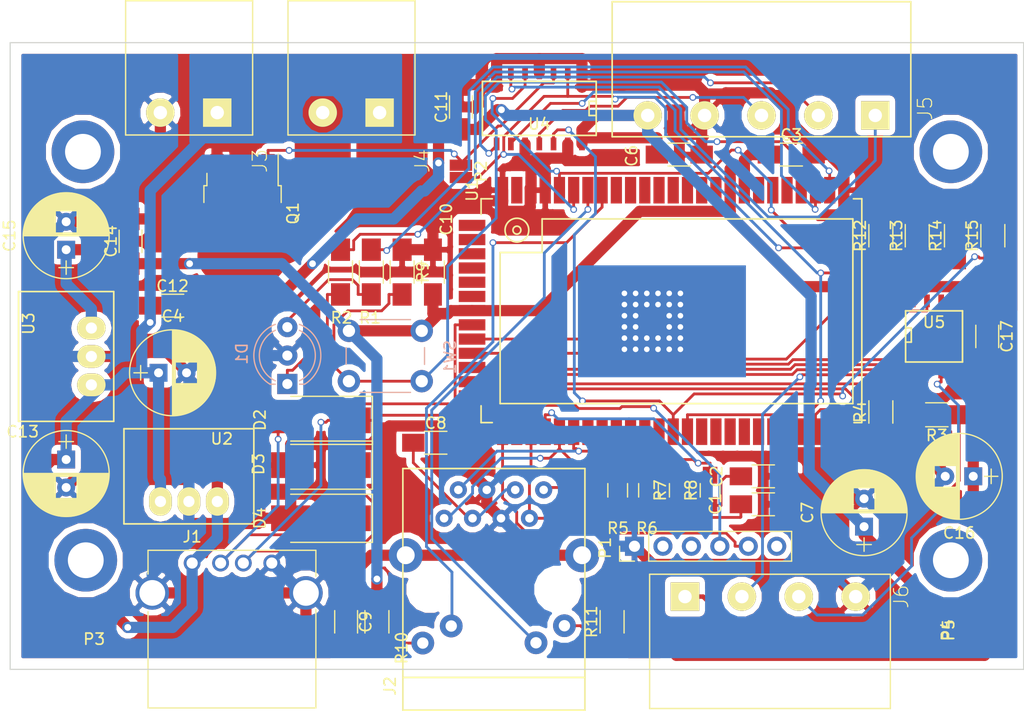
<source format=kicad_pcb>
(kicad_pcb (version 4) (host pcbnew 4.0.6)
  (layers (0 F.Cu signal) (31 B.Cu signal) (34 B.Paste user) (35 F.Paste user) (36 B.SilkS user) (37 F.SilkS user) (38 B.Mask user) (39 F.Mask user) (44 Edge.Cuts user))
  (net 0 "")
  (net 1 "Net-(C1-Pad1)")
  (net 2 GND)
  (net 3 "Net-(C2-Pad1)")
  (net 4 +3V3)
  (net 5 +24V)
  (net 6 "Net-(D1-Pad1)")
  (net 7 "Net-(D1-Pad3)")
  (net 8 "Net-(D2-Pad1)")
  (net 9 "Net-(D2-Pad2)")
  (net 10 "Net-(J2-Pad9)")
  (net 11 /ETH0_TX+)
  (net 12 /ETH0_TX-)
  (net 13 /ETH0_RX+)
  (net 14 /ETH0_RX-)
  (net 15 /ETH0_LED)
  (net 16 /WLAN_LED)
  (net 17 /Omega_RX)
  (net 18 /Omega_TX)
  (net 19 "Net-(R1-Pad1)")
  (net 20 "Net-(R2-Pad1)")
  (net 21 /USB+)
  (net 22 /USB-)
  (net 23 +5V)
  (net 24 "Net-(R9-Pad2)")
  (net 25 "Net-(C8-Pad1)")
  (net 26 "Net-(J2-Pad12)")
  (net 27 /LED_DATA1)
  (net 28 /LED_FET_5V)
  (net 29 /LED_FET_3V)
  (net 30 /LED_DATA1_3V)
  (net 31 /LED_DATA2_3V)
  (net 32 /LED_DATA3_3V)
  (net 33 /LED_DATA2)
  (net 34 "Net-(J6-Pad2)")
  (net 35 "Net-(J6-Pad3)")
  (net 36 /SPI_MOSI)
  (net 37 /SPI_MISO)
  (net 38 /SPI_CLK)
  (net 39 /SPI_CS1)
  (net 40 /LED_DATA3)
  (net 41 /CHS_GND)
  (net 42 /FET_PWR)
  (net 43 /SENS_PWR)
  (module plan44:PULSE-J0026D21B (layer F.Cu) (at 110.75 106.5 180)
    (fp_text reference J2 (at 4.826 -14.986 270) (layer F.SilkS))
    (fp_text value Pulse-J0026D21B)
    (pad 9 thru_hole circle (at 1.905 -11.1506 180) (size 2.032 2.032) (drill 1.016) (layers *.Cu *.Mask) (net 10 "Net-(J2-Pad9)"))
    (pad 10 thru_hole circle (at -0.635 -9.6266 180) (size 2.032 2.032) (drill 1.016) (layers *.Cu *.Mask) (net 15 /ETH0_LED))
    (pad 11 thru_hole circle (at -8.2042 -11.1252 180) (size 2.032 2.032) (drill 1.016) (layers *.Cu *.Mask) (net 16 /WLAN_LED))
    (pad 12 thru_hole circle (at -10.7442 -9.6012 180) (size 2.032 2.032) (drill 1.016) (layers *.Cu *.Mask) (net 26 "Net-(J2-Pad12)"))
    (pad S2 thru_hole circle (at -12.319 -3.302 180) (size 3.048 3.048) (drill 1.6002) (layers *.Cu *.Mask) (net 41 /CHS_GND))
    (pad S1 thru_hole circle (at 3.429 -3.302 180) (size 3.048 3.048) (drill 1.6002) (layers *.Cu *.Mask) (net 41 /CHS_GND))
    (pad "" np_thru_hole circle (at -10.16 -6.35 180) (size 3.2 3.2) (drill 3.2) (layers *.Cu *.Mask))
    (pad 1 thru_hole circle (at 0 0 180) (size 1.524 1.524) (drill 0.762) (layers *.Cu *.Mask) (net 11 /ETH0_TX+))
    (pad 2 thru_hole circle (at -1.27 2.54 180) (size 1.524 1.524) (drill 0.762) (layers *.Cu *.Mask) (net 12 /ETH0_TX-))
    (pad 3 thru_hole circle (at -2.54 0 180) (size 1.524 1.524) (drill 0.762) (layers *.Cu *.Mask) (net 25 "Net-(C8-Pad1)"))
    (pad 4 thru_hole circle (at -3.81 2.54 180) (size 1.524 1.524) (drill 0.762) (layers *.Cu *.Mask) (net 2 GND))
    (pad 5 thru_hole circle (at -5.08 0 180) (size 1.524 1.524) (drill 0.762) (layers *.Cu *.Mask) (net 2 GND))
    (pad 6 thru_hole circle (at -6.35 2.54 180) (size 1.524 1.524) (drill 0.762) (layers *.Cu *.Mask) (net 25 "Net-(C8-Pad1)"))
    (pad 7 thru_hole circle (at -7.62 0 180) (size 1.524 1.524) (drill 0.762) (layers *.Cu *.Mask) (net 13 /ETH0_RX+))
    (pad 8 thru_hole circle (at -8.89 2.54 180) (size 1.524 1.524) (drill 0.762) (layers *.Cu *.Mask) (net 14 /ETH0_RX-))
    (pad "" np_thru_hole circle (at 1.27 -6.35 180) (size 3.2 3.2) (drill 3.2) (layers *.Cu *.Mask))
  )
  (module Capacitors_SMD:C_1206_HandSoldering (layer F.Cu) (at 139.25 105.25)
    (fp_text reference C1 (at -4.274 -0.034 90) (layer F.SilkS))
    (fp_text value 100nF)
    (pad 1 smd rect (at -2 0) (size 2 1.6) (layers F.Cu F.Paste F.Mask) (net 1 "Net-(C1-Pad1)"))
    (pad 2 smd rect (at 2 0) (size 2 1.6) (layers F.Cu F.Paste F.Mask) (net 2 GND))
  )
  (module Capacitors_SMD:C_1206_HandSoldering (layer F.Cu) (at 139.25 102.75)
    (fp_text reference C2 (at -4.17 0.024 90) (layer F.SilkS))
    (fp_text value 100nF)
    (pad 1 smd rect (at -2 0) (size 2 1.6) (layers F.Cu F.Paste F.Mask) (net 3 "Net-(C2-Pad1)"))
    (pad 2 smd rect (at 2 0) (size 2 1.6) (layers F.Cu F.Paste F.Mask) (net 2 GND))
  )
  (module Capacitors_SMD:C_1206_HandSoldering (layer F.Cu) (at 141.75 74)
    (fp_text reference C3 (at 0 -1.75) (layer F.SilkS))
    (fp_text value 100nF)
    (pad 1 smd rect (at -2 0) (size 2 1.6) (layers F.Cu F.Paste F.Mask) (net 4 +3V3))
    (pad 2 smd rect (at 2 0) (size 2 1.6) (layers F.Cu F.Paste F.Mask) (net 2 GND))
  )
  (module Capacitors_SMD:C_1206_HandSoldering (layer F.Cu) (at 131.75 74)
    (fp_text reference C6 (at -4.254 0.106 90) (layer F.SilkS))
    (fp_text value 100nF)
    (pad 1 smd rect (at -2 0) (size 2 1.6) (layers F.Cu F.Paste F.Mask) (net 23 +5V))
    (pad 2 smd rect (at 2 0) (size 2 1.6) (layers F.Cu F.Paste F.Mask) (net 2 GND))
  )
  (module Capacitors_SMD:C_1206_HandSoldering (layer F.Cu) (at 110 99.75)
    (fp_text reference C8 (at 0 -1.75) (layer F.SilkS))
    (fp_text value 1uF)
    (pad 1 smd rect (at -2 0) (size 2 1.6) (layers F.Cu F.Paste F.Mask) (net 25 "Net-(C8-Pad1)"))
    (pad 2 smd rect (at 2 0) (size 2 1.6) (layers F.Cu F.Paste F.Mask) (net 2 GND))
  )
  (module Capacitors_SMD:C_1206_HandSoldering (layer F.Cu) (at 109.75 84.5 90)
    (fp_text reference C10 (at 4.72 1.192 90) (layer F.SilkS))
    (fp_text value 100nF)
    (pad 1 smd rect (at -2 0 90) (size 2 1.6) (layers F.Cu F.Paste F.Mask) (net 4 +3V3))
    (pad 2 smd rect (at 2 0 90) (size 2 1.6) (layers F.Cu F.Paste F.Mask) (net 2 GND))
  )
  (module Capacitors_SMD:C_1206_HandSoldering (layer F.Cu) (at 86.5 87.5)
    (fp_text reference C12 (at 0 -1.75) (layer F.SilkS))
    (fp_text value 100nF)
    (pad 1 smd rect (at -2 0) (size 2 1.6) (layers F.Cu F.Paste F.Mask) (net 5 +24V))
    (pad 2 smd rect (at 2 0) (size 2 1.6) (layers F.Cu F.Paste F.Mask) (net 2 GND))
  )
  (module Capacitors_ThroughHole:CP_Radial_D7.5mm_P2.50mm (layer F.Cu) (at 77 101.25 270)
    (fp_text reference C13 (at -2.486 3.88 360) (layer F.SilkS))
    (fp_text value "10uF 50VDC")
    (pad 1 thru_hole rect (at 0 0 270) (size 1.6 1.6) (drill 0.8) (layers *.Cu *.Mask) (net 5 +24V))
    (pad 2 thru_hole circle (at 2.5 0 270) (size 1.6 1.6) (drill 0.8) (layers *.Cu *.Mask) (net 2 GND))
  )
  (module LEDs:LED_D5.0mm-3 (layer B.Cu) (at 96.75 94.5 90)
    (fp_text reference D1 (at 2.706 -4.06 90) (layer B.SilkS) (effects (justify mirror)))
    (fp_text value "Everlight 339-1SURSYGW/S530-A3")
    (pad 1 thru_hole rect (at 0 0 90) (size 1.8 1.8) (drill 0.9) (layers *.Cu *.Mask) (net 6 "Net-(D1-Pad1)"))
    (pad 2 thru_hole circle (at 2.54 0 90) (size 1.8 1.8) (drill 0.9) (layers *.Cu *.Mask) (net 2 GND))
    (pad 3 thru_hole circle (at 5.08 0 90) (size 1.8 1.8) (drill 0.9) (layers *.Cu *.Mask) (net 7 "Net-(D1-Pad3)"))
  )
  (module Diodes_SMD:D_SMB_Handsoldering (layer F.Cu) (at 99.75 97.75 180)
    (fp_text reference D2 (at 5.446 0.034 270) (layer F.SilkS))
    (fp_text value DO-214AA)
    (pad 1 smd rect (at -2.7 0 180) (size 3.5 2.3) (layers F.Cu F.Paste F.Mask) (net 8 "Net-(D2-Pad1)"))
    (pad 2 smd rect (at 2.7 0 180) (size 3.5 2.3) (layers F.Cu F.Paste F.Mask) (net 9 "Net-(D2-Pad2)"))
  )
  (module Diodes_SMD:D_SMB_Handsoldering (layer F.Cu) (at 99.75 101.75 180)
    (fp_text reference D3 (at 5.576 0.092 270) (layer F.SilkS))
    (fp_text value DO-214AA)
    (pad 1 smd rect (at -2.7 0 180) (size 3.5 2.3) (layers F.Cu F.Paste F.Mask) (net 8 "Net-(D2-Pad1)"))
    (pad 2 smd rect (at 2.7 0 180) (size 3.5 2.3) (layers F.Cu F.Paste F.Mask) (net 2 GND))
  )
  (module Diodes_SMD:D_SMB_Handsoldering (layer F.Cu) (at 99.75 106.5 180)
    (fp_text reference D4 (at 5.446 0.006 270) (layer F.SilkS))
    (fp_text value DO-214AA)
    (pad 1 smd rect (at -2.7 0 180) (size 3.5 2.3) (layers F.Cu F.Paste F.Mask) (net 9 "Net-(D2-Pad2)"))
    (pad 2 smd rect (at 2.7 0 180) (size 3.5 2.3) (layers F.Cu F.Paste F.Mask) (net 2 GND))
  )
  (module Mounting_Holes:MountingHole_3.2mm_M3_DIN965_Pad (layer F.Cu) (at 78.5 73.75)
    (fp_text reference MH1 hide)
    (fp_text value CONN_01X01)
    (pad 1 thru_hole circle (at 0 0) (size 5.6 5.6) (drill 3.2) (layers *.Cu *.Mask))
  )
  (module Mounting_Holes:MountingHole_3.2mm_M3_DIN965_Pad (layer F.Cu) (at 156 73.75)
    (fp_text reference MH2 hide)
    (fp_text value CONN_01X01)
    (pad 1 thru_hole circle (at 0 0) (size 5.6 5.6) (drill 3.2) (layers *.Cu *.Mask))
  )
  (module Mounting_Holes:MountingHole_3.2mm_M3_DIN965_Pad (layer F.Cu) (at 78.75 110.25)
    (fp_text reference MH3 hide)
    (fp_text value CONN_01X01)
    (pad 1 thru_hole circle (at 0 0) (size 5.6 5.6) (drill 3.2) (layers *.Cu *.Mask))
  )
  (module Mounting_Holes:MountingHole_3.2mm_M3_DIN965_Pad (layer F.Cu) (at 156 110.25)
    (fp_text reference MH4 hide)
    (fp_text value CONN_01X01)
    (pad 1 thru_hole circle (at 0 0) (size 5.6 5.6) (drill 3.2) (layers *.Cu *.Mask))
  )
  (module Pin_Headers:Pin_Header_Straight_1x06_Pitch2.54mm (layer F.Cu) (at 127.75 109 90)
    (fp_text reference P1 (at -0.148 -2.62 90) (layer F.SilkS))
    (fp_text value FDI_Cable)
    (pad 1 thru_hole rect (at 0 0 90) (size 1.7 1.7) (drill 1) (layers *.Cu *.Mask) (net 2 GND))
    (pad 2 thru_hole oval (at 0 2.54 90) (size 1.7 1.7) (drill 1) (layers *.Cu *.Mask))
    (pad 3 thru_hole oval (at 0 5.08 90) (size 1.7 1.7) (drill 1) (layers *.Cu *.Mask))
    (pad 4 thru_hole oval (at 0 7.62 90) (size 1.7 1.7) (drill 1) (layers *.Cu *.Mask) (net 17 /Omega_RX))
    (pad 5 thru_hole oval (at 0 10.16 90) (size 1.7 1.7) (drill 1) (layers *.Cu *.Mask) (net 18 /Omega_TX))
    (pad 6 thru_hole oval (at 0 12.7 90) (size 1.7 1.7) (drill 1) (layers *.Cu *.Mask))
  )
  (module Resistors_SMD:R_1206_HandSoldering (layer F.Cu) (at 104.25 84.5 270)
    (fp_text reference R1 (at 4.082 0.116 360) (layer F.SilkS))
    (fp_text value 470)
    (pad 1 smd rect (at -2 0 270) (size 2 1.7) (layers F.Cu F.Paste F.Mask) (net 19 "Net-(R1-Pad1)"))
    (pad 2 smd rect (at 2 0 270) (size 2 1.7) (layers F.Cu F.Paste F.Mask) (net 7 "Net-(D1-Pad3)"))
  )
  (module Resistors_SMD:R_1206_HandSoldering (layer F.Cu) (at 101.5 84.5 270)
    (fp_text reference R2 (at 4.082 -0.09 360) (layer F.SilkS))
    (fp_text value 1k2)
    (pad 1 smd rect (at -2 0 270) (size 2 1.7) (layers F.Cu F.Paste F.Mask) (net 20 "Net-(R2-Pad1)"))
    (pad 2 smd rect (at 2 0 270) (size 2 1.7) (layers F.Cu F.Paste F.Mask) (net 6 "Net-(D1-Pad1)"))
  )
  (module Resistors_SMD:R_0805_HandSoldering (layer F.Cu) (at 126.25 104 90)
    (fp_text reference R5 (at -3.392 0.028 180) (layer F.SilkS))
    (fp_text value 49.9_1%)
    (pad 1 smd rect (at -1.35 0 90) (size 1.5 1.3) (layers F.Cu F.Paste F.Mask) (net 1 "Net-(C1-Pad1)"))
    (pad 2 smd rect (at 1.35 0 90) (size 1.5 1.3) (layers F.Cu F.Paste F.Mask) (net 11 /ETH0_TX+))
  )
  (module Resistors_SMD:R_0805_HandSoldering (layer F.Cu) (at 129 104 90)
    (fp_text reference R6 (at -3.392 -0.128 180) (layer F.SilkS))
    (fp_text value 49.9_1%)
    (pad 1 smd rect (at -1.35 0 90) (size 1.5 1.3) (layers F.Cu F.Paste F.Mask) (net 1 "Net-(C1-Pad1)"))
    (pad 2 smd rect (at 1.35 0 90) (size 1.5 1.3) (layers F.Cu F.Paste F.Mask) (net 12 /ETH0_TX-))
  )
  (module Resistors_SMD:R_1206_HandSoldering (layer F.Cu) (at 107 84.5 270)
    (fp_text reference R9 (at 0 -1.85 270) (layer F.SilkS))
    (fp_text value 10k)
    (pad 1 smd rect (at -2 0 270) (size 2 1.7) (layers F.Cu F.Paste F.Mask) (net 2 GND))
    (pad 2 smd rect (at 2 0 270) (size 2 1.7) (layers F.Cu F.Paste F.Mask) (net 24 "Net-(R9-Pad2)"))
  )
  (module Resistors_SMD:R_1206_HandSoldering (layer F.Cu) (at 104.75 115.75 90)
    (fp_text reference R10 (at -2.336 2.204 90) (layer F.SilkS))
    (fp_text value 1k)
    (pad 1 smd rect (at -2 0 90) (size 2 1.7) (layers F.Cu F.Paste F.Mask) (net 10 "Net-(J2-Pad9)"))
    (pad 2 smd rect (at 2 0 90) (size 2 1.7) (layers F.Cu F.Paste F.Mask) (net 4 +3V3))
  )
  (module Buttons_Switches_ThroughHole:SW_PUSH_6mm_h4.3mm (layer B.Cu) (at 108.75 89.75 180)
    (fp_text reference SW1 (at -2.536 -2.348 270) (layer B.SilkS) (effects (justify mirror)))
    (fp_text value "Omron PB")
    (pad 2 thru_hole circle (at 0 -4.5 90) (size 2 2) (drill 1.1) (layers *.Cu *.Mask) (net 24 "Net-(R9-Pad2)"))
    (pad 1 thru_hole circle (at 0 0 90) (size 2 2) (drill 1.1) (layers *.Cu *.Mask) (net 4 +3V3))
    (pad 2 thru_hole circle (at 6.5 -4.5 90) (size 2 2) (drill 1.1) (layers *.Cu *.Mask) (net 24 "Net-(R9-Pad2)"))
    (pad 1 thru_hole circle (at 6.5 0 90) (size 2 2) (drill 1.1) (layers *.Cu *.Mask) (net 4 +3V3))
  )
  (module plan44:Recom-R78Cxx (layer F.Cu) (at 79.25 89.5 270)
    (fp_text reference U3 (at -0.4 5.6 270) (layer F.SilkS))
    (fp_text value Recom_R783.3-0.5)
    (pad 2 thru_hole oval (at 2.54 0 270) (size 2.032 2.54) (drill 1) (layers *.Cu *.Mask F.SilkS) (net 2 GND))
    (pad 1 thru_hole oval (at 5.08 0 270) (size 2.032 2.54) (drill 1) (layers *.Cu *.Mask F.SilkS) (net 5 +24V))
    (pad 3 thru_hole oval (at 0 0 270) (size 2.032 2.54) (drill 1) (layers *.Cu *.Mask F.SilkS) (net 4 +3V3))
  )
  (module plan44:ONION-OMEGA2S (layer F.Cu) (at 133.75 85.75 90)
    (fp_text reference U1 (at 8.55 -20.5 90) (layer F.SilkS))
    (fp_text value ONION-OMEGA2S)
    (pad A13 smd rect (at -9.8155 -20.5055 180) (size 2.375 1) (layers F.Cu F.Paste F.Mask))
    (pad A12 smd rect (at -8.5455 -20.5055 180) (size 2.375 1) (layers F.Cu F.Paste F.Mask))
    (pad A11 smd rect (at -7.2755 -20.5055 180) (size 2.375 1) (layers F.Cu F.Paste F.Mask) (net 36 /SPI_MOSI))
    (pad A10 smd rect (at -6.0055 -20.5055 180) (size 2.375 1) (layers F.Cu F.Paste F.Mask) (net 37 /SPI_MISO))
    (pad A9 smd rect (at -4.7355 -20.5055 180) (size 2.375 1) (layers F.Cu F.Paste F.Mask) (net 38 /SPI_CLK))
    (pad A8 smd rect (at -3.4655 -20.5055 180) (size 2.375 1) (layers F.Cu F.Paste F.Mask) (net 39 /SPI_CS1))
    (pad A7 smd rect (at -2.1955 -20.5055 180) (size 2.375 1) (layers F.Cu F.Paste F.Mask) (net 4 +3V3))
    (pad A6 smd rect (at -0.9255 -20.5055 180) (size 2.375 1) (layers F.Cu F.Paste F.Mask))
    (pad A5 smd rect (at 0.3445 -20.5055 180) (size 2.375 1) (layers F.Cu F.Paste F.Mask))
    (pad A4 smd rect (at 1.6145 -20.5055 180) (size 2.375 1) (layers F.Cu F.Paste F.Mask))
    (pad A3 smd rect (at 2.8845 -20.5055 180) (size 2.375 1) (layers F.Cu F.Paste F.Mask))
    (pad A2 smd rect (at 4.1545 -20.5055 180) (size 2.375 1) (layers F.Cu F.Paste F.Mask))
    (pad B1 smd rect (at -13.0125 -17.78 90) (size 2.375 1) (layers F.Cu F.Paste F.Mask) (net 18 /Omega_TX))
    (pad B2 smd rect (at -13.0125 -16.51 90) (size 2.375 1) (layers F.Cu F.Paste F.Mask) (net 17 /Omega_RX))
    (pad B3 smd rect (at -13.0125 -15.24 90) (size 2.375 1) (layers F.Cu F.Paste F.Mask) (net 13 /ETH0_RX+))
    (pad B4 smd rect (at -13.0125 -13.97 90) (size 2.375 1) (layers F.Cu F.Paste F.Mask) (net 14 /ETH0_RX-))
    (pad B5 smd rect (at -13.0125 -12.7 90) (size 2.375 1) (layers F.Cu F.Paste F.Mask) (net 11 /ETH0_TX+))
    (pad B6 smd rect (at -13.0125 -11.43 90) (size 2.375 1) (layers F.Cu F.Paste F.Mask) (net 12 /ETH0_TX-))
    (pad B7 smd rect (at -13.0125 -10.16 90) (size 2.375 1) (layers F.Cu F.Paste F.Mask))
    (pad B8 smd rect (at -13.0125 -8.89 90) (size 2.375 1) (layers F.Cu F.Paste F.Mask))
    (pad B9 smd rect (at -13.0125 -7.62 90) (size 2.375 1) (layers F.Cu F.Paste F.Mask))
    (pad B10 smd rect (at -13.0125 -6.35 90) (size 2.375 1) (layers F.Cu F.Paste F.Mask))
    (pad B11 smd rect (at -13.0125 -5.08 90) (size 2.375 1) (layers F.Cu F.Paste F.Mask))
    (pad B12 smd rect (at -13.0125 -3.81 90) (size 2.375 1) (layers F.Cu F.Paste F.Mask))
    (pad B13 smd rect (at -13.0125 -2.54 90) (size 2.375 1) (layers F.Cu F.Paste F.Mask) (net 32 /LED_DATA3_3V))
    (pad B14 smd rect (at -13.0125 -1.27 90) (size 2.375 1) (layers F.Cu F.Paste F.Mask) (net 31 /LED_DATA2_3V))
    (pad B15 smd rect (at -13.0125 0 90) (size 2.375 1) (layers F.Cu F.Paste F.Mask))
    (pad B16 smd rect (at -13.0125 1.27 90) (size 2.375 1) (layers F.Cu F.Paste F.Mask))
    (pad B17 smd rect (at -13.0125 2.54 90) (size 2.375 1) (layers F.Cu F.Paste F.Mask))
    (pad B18 smd rect (at -13.0125 3.81 90) (size 2.375 1) (layers F.Cu F.Paste F.Mask))
    (pad B19 smd rect (at -13.0125 5.08 90) (size 2.375 1) (layers F.Cu F.Paste F.Mask))
    (pad B20 smd rect (at -13.0125 6.35 90) (size 2.375 1) (layers F.Cu F.Paste F.Mask))
    (pad B21 smd rect (at -13.0125 7.62 90) (size 2.375 1) (layers F.Cu F.Paste F.Mask))
    (pad B22 smd rect (at -13.0125 8.89 90) (size 2.375 1) (layers F.Cu F.Paste F.Mask))
    (pad B23 smd rect (at -13.0125 10.16 90) (size 2.375 1) (layers F.Cu F.Paste F.Mask) (net 21 /USB+))
    (pad B24 smd rect (at -13.0125 11.43 90) (size 2.375 1) (layers F.Cu F.Paste F.Mask) (net 22 /USB-))
    (pad B25 smd rect (at -13.0125 12.7 90) (size 2.375 1) (layers F.Cu F.Paste F.Mask) (net 2 GND))
    (pad C1 smd rect (at 8.5675 -17.78 90) (size 2.375 1) (layers F.Cu F.Paste F.Mask) (net 2 GND))
    (pad C2 smd rect (at 8.5675 -16.51 90) (size 2.375 1) (layers F.Cu F.Paste F.Mask))
    (pad C3 smd rect (at 8.5675 -15.24 90) (size 2.375 1) (layers F.Cu F.Paste F.Mask) (net 2 GND))
    (pad C4 smd rect (at 8.5675 -13.97 90) (size 2.375 1) (layers F.Cu F.Paste F.Mask) (net 2 GND))
    (pad C5 smd rect (at 8.5675 -12.7 90) (size 2.375 1) (layers F.Cu F.Paste F.Mask) (net 30 /LED_DATA1_3V))
    (pad C6 smd rect (at 8.5675 -11.43 90) (size 2.375 1) (layers F.Cu F.Paste F.Mask) (net 29 /LED_FET_3V))
    (pad C7 smd rect (at 8.5675 -10.16 90) (size 2.375 1) (layers F.Cu F.Paste F.Mask) (net 16 /WLAN_LED))
    (pad C8 smd rect (at 8.5675 -8.89 90) (size 2.375 1) (layers F.Cu F.Paste F.Mask) (net 15 /ETH0_LED))
    (pad C9 smd rect (at 8.5675 -7.62 90) (size 2.375 1) (layers F.Cu F.Paste F.Mask))
    (pad C10 smd rect (at 8.5675 -6.35 90) (size 2.375 1) (layers F.Cu F.Paste F.Mask))
    (pad C11 smd rect (at 8.5675 -5.08 90) (size 2.375 1) (layers F.Cu F.Paste F.Mask))
    (pad C12 smd rect (at 8.5675 -3.81 90) (size 2.375 1) (layers F.Cu F.Paste F.Mask))
    (pad C13 smd rect (at 8.5675 -2.54 90) (size 2.375 1) (layers F.Cu F.Paste F.Mask))
    (pad C14 smd rect (at 8.5675 -1.27 90) (size 2.375 1) (layers F.Cu F.Paste F.Mask))
    (pad C15 smd rect (at 8.5675 0 90) (size 2.375 1) (layers F.Cu F.Paste F.Mask))
    (pad C16 smd rect (at 8.5675 1.27 90) (size 2.375 1) (layers F.Cu F.Paste F.Mask))
    (pad C17 smd rect (at 8.5675 2.54 90) (size 2.375 1) (layers F.Cu F.Paste F.Mask) (net 4 +3V3))
    (pad C18 smd rect (at 8.5675 3.81 90) (size 2.375 1) (layers F.Cu F.Paste F.Mask) (net 4 +3V3))
    (pad C19 smd rect (at 8.5675 5.08 90) (size 2.375 1) (layers F.Cu F.Paste F.Mask))
    (pad C20 smd rect (at 8.5675 6.35 90) (size 2.375 1) (layers F.Cu F.Paste F.Mask))
    (pad C21 smd rect (at 8.5675 7.62 90) (size 2.375 1) (layers F.Cu F.Paste F.Mask))
    (pad C22 smd rect (at 8.5675 8.89 90) (size 2.375 1) (layers F.Cu F.Paste F.Mask) (net 24 "Net-(R9-Pad2)"))
    (pad C23 smd rect (at 8.5675 10.16 90) (size 2.375 1) (layers F.Cu F.Paste F.Mask) (net 20 "Net-(R2-Pad1)"))
    (pad C24 smd rect (at 8.5675 11.43 90) (size 2.375 1) (layers F.Cu F.Paste F.Mask) (net 19 "Net-(R1-Pad1)"))
    (pad C25 smd rect (at 8.5675 12.7 90) (size 2.375 1) (layers F.Cu F.Paste F.Mask) (net 2 GND))
    (pad A1 smd rect (at 5.4245 -20.5055 180) (size 2.375 1) (layers F.Cu F.Paste F.Mask))
    (pad "" thru_hole rect (at -5.65 -6.9 90) (size 1.1 1.1) (drill 0.5) (layers *.Cu *.Mask))
    (pad 3 smd rect (at -3.15 -3.55 90) (size 10 15) (layers B.Cu B.Paste B.Mask))
    (pad "" thru_hole rect (at -4.65 -6.9 90) (size 1.1 1.1) (drill 0.5) (layers *.Cu *.Mask))
    (pad "" thru_hole rect (at -3.65 -6.9 90) (size 1.1 1.1) (drill 0.5) (layers *.Cu *.Mask))
    (pad "" thru_hole rect (at -2.65 -6.9 90) (size 1.1 1.1) (drill 0.5) (layers *.Cu *.Mask))
    (pad "" thru_hole rect (at -1.65 -6.9 90) (size 1.1 1.1) (drill 0.5) (layers *.Cu *.Mask))
    (pad "" thru_hole rect (at -0.65 -6.9 90) (size 1.1 1.1) (drill 0.5) (layers *.Cu *.Mask))
    (pad "" thru_hole rect (at -5.65 -5.9 90) (size 1.1 1.1) (drill 0.5) (layers *.Cu *.Mask))
    (pad "" thru_hole rect (at -4.65 -5.9 90) (size 1.1 1.1) (drill 0.5) (layers *.Cu *.Mask))
    (pad "" thru_hole rect (at -3.65 -5.9 90) (size 1.1 1.1) (drill 0.5) (layers *.Cu *.Mask))
    (pad "" thru_hole rect (at -2.65 -5.9 90) (size 1.1 1.1) (drill 0.5) (layers *.Cu *.Mask))
    (pad "" thru_hole rect (at -1.65 -5.9 90) (size 1.1 1.1) (drill 0.5) (layers *.Cu *.Mask))
    (pad "" thru_hole rect (at -0.65 -5.9 90) (size 1.1 1.1) (drill 0.5) (layers *.Cu *.Mask))
    (pad "" thru_hole rect (at -5.65 -4.9 90) (size 1.1 1.1) (drill 0.5) (layers *.Cu *.Mask))
    (pad "" thru_hole rect (at -4.65 -4.9 90) (size 1.1 1.1) (drill 0.5) (layers *.Cu *.Mask))
    (pad "" thru_hole rect (at -1.65 -4.9 90) (size 1.1 1.1) (drill 0.5) (layers *.Cu *.Mask))
    (pad "" thru_hole rect (at -0.65 -4.9 90) (size 1.1 1.1) (drill 0.5) (layers *.Cu *.Mask))
    (pad "" thru_hole rect (at -5.65 -3.9 90) (size 1.1 1.1) (drill 0.5) (layers *.Cu *.Mask))
    (pad "" thru_hole rect (at -4.65 -3.9 90) (size 1.1 1.1) (drill 0.5) (layers *.Cu *.Mask))
    (pad "" thru_hole rect (at -1.65 -3.9 90) (size 1.1 1.1) (drill 0.5) (layers *.Cu *.Mask))
    (pad "" thru_hole rect (at -0.65 -3.9 90) (size 1.1 1.1) (drill 0.5) (layers *.Cu *.Mask))
    (pad "" thru_hole rect (at -5.65 -2.9 90) (size 1.1 1.1) (drill 0.5) (layers *.Cu *.Mask))
    (pad "" thru_hole rect (at -4.65 -2.9 90) (size 1.1 1.1) (drill 0.5) (layers *.Cu *.Mask))
    (pad "" thru_hole rect (at -3.65 -2.9 90) (size 1.1 1.1) (drill 0.5) (layers *.Cu *.Mask))
    (pad "" thru_hole rect (at -2.65 -2.9 90) (size 1.1 1.1) (drill 0.5) (layers *.Cu *.Mask))
    (pad "" thru_hole rect (at -1.65 -2.9 90) (size 1.1 1.1) (drill 0.5) (layers *.Cu *.Mask))
    (pad "" thru_hole rect (at -0.65 -2.9 90) (size 1.1 1.1) (drill 0.5) (layers *.Cu *.Mask))
    (pad "" thru_hole rect (at -5.65 -1.9 90) (size 1.1 1.1) (drill 0.5) (layers *.Cu *.Mask))
    (pad "" thru_hole rect (at -4.65 -1.9 90) (size 1.1 1.1) (drill 0.5) (layers *.Cu *.Mask))
    (pad "" thru_hole rect (at -3.65 -1.9 90) (size 1.1 1.1) (drill 0.5) (layers *.Cu *.Mask))
    (pad "" thru_hole rect (at -2.65 -1.9 90) (size 1.1 1.1) (drill 0.5) (layers *.Cu *.Mask))
    (pad "" thru_hole rect (at -1.65 -1.9 90) (size 1.1 1.1) (drill 0.5) (layers *.Cu *.Mask))
    (pad "" thru_hole rect (at -0.65 -1.9 90) (size 1.1 1.1) (drill 0.5) (layers *.Cu *.Mask))
  )
  (module Connect:USB_A (layer F.Cu) (at 88.25 110.5)
    (fp_text reference J1 (at 0 -2.35) (layer F.SilkS))
    (fp_text value USB_A)
    (pad 4 thru_hole circle (at 7.11 0 270) (size 1.5 1.5) (drill 1) (layers *.Cu *.Mask) (net 2 GND))
    (pad 3 thru_hole circle (at 4.57 0 270) (size 1.5 1.5) (drill 1) (layers *.Cu *.Mask) (net 8 "Net-(D2-Pad1)"))
    (pad 2 thru_hole circle (at 2.54 0 270) (size 1.5 1.5) (drill 1) (layers *.Cu *.Mask) (net 9 "Net-(D2-Pad2)"))
    (pad 1 thru_hole circle (at 0 0 270) (size 1.5 1.5) (drill 1) (layers *.Cu *.Mask) (net 23 +5V))
    (pad 5 thru_hole circle (at 10.16 2.67 270) (size 3 3) (drill 2.3) (layers *.Cu *.Mask) (net 2 GND))
    (pad 5 thru_hole circle (at -3.56 2.67 270) (size 3 3) (drill 2.3) (layers *.Cu *.Mask) (net 2 GND))
  )
  (module plan44:STELVIO-2P-508 (layer F.Cu) (at 75.25 70.25)
    (fp_text reference J3 (at 19.05 4.318 90) (layer F.SilkS) (effects (font (size 1.27 1.27) (thickness 0.1016))))
    (fp_text value STELVIO-2P-508)
    (pad 1 thru_hole rect (at 15.24 0) (size 2.54 2.54) (drill 1.19888) (layers *.Cu *.Mask F.Paste F.SilkS) (net 5 +24V))
    (pad 2 thru_hole circle (at 10.16 0) (size 2.54 2.54) (drill 1.19888) (layers *.Cu *.Mask F.Paste F.SilkS) (net 2 GND))
  )
  (module plan44:STELVIO-2P-508 (layer F.Cu) (at 89.75 70.25)
    (fp_text reference J4 (at 19.05 4.318 90) (layer F.SilkS) (effects (font (size 1.27 1.27) (thickness 0.1016))))
    (fp_text value STELVIO-2P-508)
    (pad 1 thru_hole rect (at 15.24 0) (size 2.54 2.54) (drill 1.19888) (layers *.Cu *.Mask F.Paste F.SilkS) (net 5 +24V))
    (pad 2 thru_hole circle (at 10.16 0) (size 2.54 2.54) (drill 1.19888) (layers *.Cu *.Mask F.Paste F.SilkS) (net 42 /FET_PWR))
  )
  (module TO_SOT_Packages_SMD:TO-252-2 (layer F.Cu) (at 92.75 79.25 270)
    (fp_text reference Q1 (at 0 -4.5 270) (layer F.SilkS))
    (fp_text value IRLU2905PBF)
    (pad 1 smd rect (at -4.2 -2.28 270) (size 2.2 1.2) (layers F.Cu F.Paste F.Mask) (net 28 /LED_FET_5V))
    (pad 3 smd rect (at -4.2 2.28 270) (size 2.2 1.2) (layers F.Cu F.Paste F.Mask) (net 2 GND))
    (pad 2 smd rect (at 2.1 0 270) (size 6.4 5.8) (layers F.Cu F.Mask) (net 42 /FET_PWR))
    (pad 2 smd rect (at 3.775 1.525 270) (size 3.05 2.75) (layers F.Cu F.Paste) (net 42 /FET_PWR))
    (pad 2 smd rect (at 0.425 -1.525 270) (size 3.05 2.75) (layers F.Cu F.Paste) (net 42 /FET_PWR))
    (pad 2 smd rect (at 3.775 -1.525 270) (size 3.05 2.75) (layers F.Cu F.Paste) (net 42 /FET_PWR))
    (pad 2 smd rect (at 0.425 1.525 270) (size 3.05 2.75) (layers F.Cu F.Paste) (net 42 /FET_PWR))
  )
  (module Resistors_SMD:R_1206_HandSoldering (layer F.Cu) (at 154.75 97.25 180)
    (fp_text reference R3 (at 0 -1.85 180) (layer F.SilkS))
    (fp_text value 47R)
    (pad 1 smd rect (at -2 0 180) (size 2 1.7) (layers F.Cu F.Paste F.Mask) (net 21 /USB+))
    (pad 2 smd rect (at 2 0 180) (size 2 1.7) (layers F.Cu F.Paste F.Mask) (net 8 "Net-(D2-Pad1)"))
  )
  (module Resistors_SMD:R_1206_HandSoldering (layer F.Cu) (at 149.75 97 90)
    (fp_text reference R4 (at 0 -1.85 90) (layer F.SilkS))
    (fp_text value 47R)
    (pad 1 smd rect (at -2 0 90) (size 2 1.7) (layers F.Cu F.Paste F.Mask) (net 22 /USB-))
    (pad 2 smd rect (at 2 0 90) (size 2 1.7) (layers F.Cu F.Paste F.Mask) (net 9 "Net-(D2-Pad2)"))
  )
  (module Resistors_SMD:R_0805_HandSoldering (layer F.Cu) (at 131.75 104 90)
    (fp_text reference R7 (at 0 -1.7 90) (layer F.SilkS))
    (fp_text value 49.9_1%)
    (pad 1 smd rect (at -1.35 0 90) (size 1.5 1.3) (layers F.Cu F.Paste F.Mask) (net 3 "Net-(C2-Pad1)"))
    (pad 2 smd rect (at 1.35 0 90) (size 1.5 1.3) (layers F.Cu F.Paste F.Mask) (net 13 /ETH0_RX+))
  )
  (module Resistors_SMD:R_0805_HandSoldering (layer F.Cu) (at 134.5 104 90)
    (fp_text reference R8 (at 0 -1.7 90) (layer F.SilkS))
    (fp_text value 49.9_1%)
    (pad 1 smd rect (at -1.35 0 90) (size 1.5 1.3) (layers F.Cu F.Paste F.Mask) (net 3 "Net-(C2-Pad1)"))
    (pad 2 smd rect (at 1.35 0 90) (size 1.5 1.3) (layers F.Cu F.Paste F.Mask) (net 14 /ETH0_RX-))
  )
  (module Resistors_SMD:R_1206_HandSoldering (layer F.Cu) (at 125.75 115.75 90)
    (fp_text reference R11 (at 0 -1.85 90) (layer F.SilkS))
    (fp_text value 1k)
    (pad 1 smd rect (at -2 0 90) (size 2 1.7) (layers F.Cu F.Paste F.Mask) (net 26 "Net-(J2-Pad12)"))
    (pad 2 smd rect (at 2 0 90) (size 2 1.7) (layers F.Cu F.Paste F.Mask) (net 4 +3V3))
  )
  (module Resistors_SMD:R_1206_HandSoldering (layer F.Cu) (at 149.75 81.25 90)
    (fp_text reference R12 (at 0 -1.85 90) (layer F.SilkS))
    (fp_text value 100k)
    (pad 1 smd rect (at -2 0 90) (size 2 1.7) (layers F.Cu F.Paste F.Mask) (net 29 /LED_FET_3V))
    (pad 2 smd rect (at 2 0 90) (size 2 1.7) (layers F.Cu F.Paste F.Mask) (net 2 GND))
  )
  (module Resistors_SMD:R_1206_HandSoldering (layer F.Cu) (at 153 81.25 90)
    (fp_text reference R13 (at 0 -1.85 90) (layer F.SilkS))
    (fp_text value 100k)
    (pad 1 smd rect (at -2 0 90) (size 2 1.7) (layers F.Cu F.Paste F.Mask) (net 30 /LED_DATA1_3V))
    (pad 2 smd rect (at 2 0 90) (size 2 1.7) (layers F.Cu F.Paste F.Mask) (net 2 GND))
  )
  (module Resistors_SMD:R_1206_HandSoldering (layer F.Cu) (at 156.5 81.25 90)
    (fp_text reference R14 (at 0 -1.85 90) (layer F.SilkS))
    (fp_text value 100k)
    (pad 1 smd rect (at -2 0 90) (size 2 1.7) (layers F.Cu F.Paste F.Mask) (net 31 /LED_DATA2_3V))
    (pad 2 smd rect (at 2 0 90) (size 2 1.7) (layers F.Cu F.Paste F.Mask) (net 2 GND))
  )
  (module plan44:Recom-R78Cxx (layer F.Cu) (at 90.5 105 180)
    (fp_text reference U2 (at -0.4 5.6 180) (layer F.SilkS))
    (fp_text value Recom_R785.0-0.5)
    (pad 2 thru_hole oval (at 2.54 0 180) (size 2.032 2.54) (drill 1) (layers *.Cu *.Mask F.SilkS) (net 2 GND))
    (pad 1 thru_hole oval (at 5.08 0 180) (size 2.032 2.54) (drill 1) (layers *.Cu *.Mask F.SilkS) (net 5 +24V))
    (pad 3 thru_hole oval (at 0 0 180) (size 2.032 2.54) (drill 1) (layers *.Cu *.Mask F.SilkS) (net 23 +5V))
  )
  (module Capacitors_ThroughHole:CP_Radial_D7.5mm_P2.50mm (layer F.Cu) (at 148.25 107.25 90)
    (fp_text reference C7 (at 1.25 -5.06 90) (layer F.SilkS))
    (fp_text value "22uF 25V")
    (pad 1 thru_hole rect (at 0 0 90) (size 1.6 1.6) (drill 0.8) (layers *.Cu *.Mask) (net 23 +5V))
    (pad 2 thru_hole circle (at 2.5 0 90) (size 1.6 1.6) (drill 0.8) (layers *.Cu *.Mask) (net 2 GND))
  )
  (module Capacitors_SMD:C_1206_HandSoldering (layer F.Cu) (at 102 115.75 270)
    (fp_text reference C9 (at 0 -1.75 270) (layer F.SilkS))
    (fp_text value 1nF/2kV)
    (pad 1 smd rect (at -2 0 270) (size 2 1.6) (layers F.Cu F.Paste F.Mask) (net 41 /CHS_GND))
    (pad 2 smd rect (at 2 0 270) (size 2 1.6) (layers F.Cu F.Paste F.Mask) (net 2 GND))
  )
  (module Capacitors_SMD:C_1206_HandSoldering (layer F.Cu) (at 112.25 69.75 90)
    (fp_text reference C11 (at 0 -1.75 90) (layer F.SilkS))
    (fp_text value 100nF)
    (pad 1 smd rect (at -2 0 90) (size 2 1.6) (layers F.Cu F.Paste F.Mask) (net 23 +5V))
    (pad 2 smd rect (at 2 0 90) (size 2 1.6) (layers F.Cu F.Paste F.Mask) (net 2 GND))
  )
  (module Capacitors_SMD:C_1206_HandSoldering (layer F.Cu) (at 82.75 81.75 90)
    (fp_text reference C14 (at 0 -1.75 90) (layer F.SilkS))
    (fp_text value 100nF)
    (pad 1 smd rect (at -2 0 90) (size 2 1.6) (layers F.Cu F.Paste F.Mask) (net 4 +3V3))
    (pad 2 smd rect (at 2 0 90) (size 2 1.6) (layers F.Cu F.Paste F.Mask) (net 2 GND))
  )
  (module Capacitors_ThroughHole:CP_Radial_D7.5mm_P2.50mm (layer F.Cu) (at 77 82.5 90)
    (fp_text reference C15 (at 1.25 -5.06 90) (layer F.SilkS))
    (fp_text value "22uF 25V")
    (pad 1 thru_hole rect (at 0 0 90) (size 1.6 1.6) (drill 0.8) (layers *.Cu *.Mask) (net 4 +3V3))
    (pad 2 thru_hole circle (at 2.5 0 90) (size 1.6 1.6) (drill 0.8) (layers *.Cu *.Mask) (net 2 GND))
  )
  (module Capacitors_ThroughHole:CP_Radial_D7.5mm_P2.50mm (layer F.Cu) (at 158 102.75 180)
    (fp_text reference C16 (at 1.25 -5.06 180) (layer F.SilkS))
    (fp_text value 10uF)
    (pad 1 thru_hole rect (at 0 0 180) (size 1.6 1.6) (drill 0.8) (layers *.Cu *.Mask) (net 4 +3V3))
    (pad 2 thru_hole circle (at 2.5 0 180) (size 1.6 1.6) (drill 0.8) (layers *.Cu *.Mask) (net 2 GND))
  )
  (module Capacitors_SMD:C_1206_HandSoldering (layer F.Cu) (at 159.25 90.25 270)
    (fp_text reference C17 (at 0 -1.75 270) (layer F.SilkS))
    (fp_text value 100nF)
    (pad 1 smd rect (at -2 0 270) (size 2 1.6) (layers F.Cu F.Paste F.Mask) (net 4 +3V3))
    (pad 2 smd rect (at 2 0 270) (size 2 1.6) (layers F.Cu F.Paste F.Mask) (net 2 GND))
  )
  (module plan44:CONFIG-PAD-2P (layer F.Cu) (at 112.25 75.5 90)
    (fp_text reference P2 (at 0 1.8 90) (layer F.SilkS))
    (fp_text value CONN_01X02 hide)
    (pad 2 smd rect (at 0.55 0 90) (size 1 2) (layers F.Cu F.Paste F.Mask) (net 28 /LED_FET_5V))
    (pad 1 smd rect (at -0.55 0 90) (size 1 2) (layers F.Cu F.Paste F.Mask) (net 29 /LED_FET_3V))
  )
  (module plan44:CONFIG-PAD-2P (layer F.Cu) (at 79.5 115.5)
    (fp_text reference P3 (at 0 1.8) (layer F.SilkS))
    (fp_text value CONN_01X02 hide)
    (pad 2 smd rect (at 0.55 0) (size 1 2) (layers F.Cu F.Paste F.Mask) (net 23 +5V))
    (pad 1 smd rect (at -0.55 0) (size 1 2) (layers F.Cu F.Paste F.Mask) (net 5 +24V))
  )
  (module plan44:CONFIG-PAD-2P (layer F.Cu) (at 157.5 116.5 270)
    (fp_text reference P4 (at 0 1.8 270) (layer F.SilkS))
    (fp_text value CONN_01X02 hide)
    (pad 2 smd rect (at 0.55 0 270) (size 1 2) (layers F.Cu F.Paste F.Mask) (net 43 /SENS_PWR))
    (pad 1 smd rect (at -0.55 0 270) (size 1 2) (layers F.Cu F.Paste F.Mask) (net 4 +3V3))
  )
  (module plan44:CONFIG-PAD-2P (layer F.Cu) (at 154 116.5 90)
    (fp_text reference P5 (at 0 1.8 90) (layer F.SilkS))
    (fp_text value CONN_01X02 hide)
    (pad 2 smd rect (at 0.55 0 90) (size 1 2) (layers F.Cu F.Paste F.Mask) (net 23 +5V))
    (pad 1 smd rect (at -0.55 0 90) (size 1 2) (layers F.Cu F.Paste F.Mask) (net 43 /SENS_PWR))
  )
  (module Resistors_SMD:R_1206_HandSoldering (layer F.Cu) (at 159.75 81.25 90)
    (fp_text reference R15 (at 0 -1.85 90) (layer F.SilkS))
    (fp_text value 100k)
    (pad 1 smd rect (at -2 0 90) (size 2 1.7) (layers F.Cu F.Paste F.Mask) (net 32 /LED_DATA3_3V))
    (pad 2 smd rect (at 2 0 90) (size 2 1.7) (layers F.Cu F.Paste F.Mask) (net 2 GND))
  )
  (module plan44:STELVIO-4P-508 (layer F.Cu) (at 147.5 113.5 180)
    (fp_text reference J6 (at -4.064 0 270) (layer F.SilkS) (effects (font (size 1.27 1.27) (thickness 0.1016))))
    (fp_text value STELVIO-4P-508)
    (pad 1 thru_hole rect (at 15.24 0 180) (size 2.54 2.54) (drill 1.19888) (layers *.Cu *.Mask F.Paste F.SilkS) (net 43 /SENS_PWR))
    (pad 2 thru_hole circle (at 10.16 0 180) (size 2.54 2.54) (drill 1.19888) (layers *.Cu *.Mask F.Paste F.SilkS) (net 34 "Net-(J6-Pad2)"))
    (pad 3 thru_hole circle (at 5.08 0 180) (size 2.54 2.54) (drill 1.19888) (layers *.Cu *.Mask F.Paste F.SilkS) (net 35 "Net-(J6-Pad3)"))
    (pad 4 thru_hole circle (at 0 0 180) (size 2.54 2.54) (drill 1.19888) (layers *.Cu *.Mask F.Paste F.SilkS) (net 2 GND))
  )
  (module SMD_Packages:SOIC-14_N (layer F.Cu) (at 119.25 70 180)
    (fp_text reference U4 (at 0 -1.27 180) (layer F.SilkS))
    (fp_text value 74AHCT125)
    (pad 1 smd rect (at -3.81 3.302 180) (size 0.508 1.143) (layers F.Cu F.Paste F.Mask) (net 2 GND))
    (pad 2 smd rect (at -2.54 3.302 180) (size 0.508 1.143) (layers F.Cu F.Paste F.Mask) (net 29 /LED_FET_3V))
    (pad 3 smd rect (at -1.27 3.302 180) (size 0.508 1.143) (layers F.Cu F.Paste F.Mask) (net 28 /LED_FET_5V))
    (pad 4 smd rect (at 0 3.302 180) (size 0.508 1.143) (layers F.Cu F.Paste F.Mask) (net 2 GND))
    (pad 5 smd rect (at 1.27 3.302 180) (size 0.508 1.143) (layers F.Cu F.Paste F.Mask) (net 30 /LED_DATA1_3V))
    (pad 6 smd rect (at 2.54 3.302 180) (size 0.508 1.143) (layers F.Cu F.Paste F.Mask) (net 27 /LED_DATA1))
    (pad 7 smd rect (at 3.81 3.302 180) (size 0.508 1.143) (layers F.Cu F.Paste F.Mask) (net 2 GND))
    (pad 8 smd rect (at 3.81 -3.048 180) (size 0.508 1.143) (layers F.Cu F.Paste F.Mask) (net 33 /LED_DATA2))
    (pad 9 smd rect (at 2.54 -3.048 180) (size 0.508 1.143) (layers F.Cu F.Paste F.Mask) (net 31 /LED_DATA2_3V))
    (pad 11 smd rect (at 0 -3.048 180) (size 0.508 1.143) (layers F.Cu F.Paste F.Mask) (net 40 /LED_DATA3))
    (pad 12 smd rect (at -1.27 -3.048 180) (size 0.508 1.143) (layers F.Cu F.Paste F.Mask) (net 32 /LED_DATA3_3V))
    (pad 13 smd rect (at -2.54 -3.048 180) (size 0.508 1.143) (layers F.Cu F.Paste F.Mask) (net 2 GND))
    (pad 14 smd rect (at -3.81 -3.048 180) (size 0.508 1.143) (layers F.Cu F.Paste F.Mask) (net 23 +5V))
    (pad 10 smd rect (at 1.27 -3.048 180) (size 0.508 1.143) (layers F.Cu F.Paste F.Mask) (net 2 GND))
  )
  (module SMD_Packages:SOIC-8-N (layer F.Cu) (at 154.5 90.25)
    (fp_text reference U5 (at 0 -1.27) (layer F.SilkS))
    (fp_text value MCP3002)
    (pad 8 smd rect (at -1.905 -3.175) (size 0.508 1.143) (layers F.Cu F.Paste F.Mask) (net 4 +3V3))
    (pad 7 smd rect (at -0.635 -3.175) (size 0.508 1.143) (layers F.Cu F.Paste F.Mask) (net 38 /SPI_CLK))
    (pad 6 smd rect (at 0.635 -3.175) (size 0.508 1.143) (layers F.Cu F.Paste F.Mask) (net 37 /SPI_MISO))
    (pad 5 smd rect (at 1.905 -3.175) (size 0.508 1.143) (layers F.Cu F.Paste F.Mask) (net 36 /SPI_MOSI))
    (pad 4 smd rect (at 1.905 3.175) (size 0.508 1.143) (layers F.Cu F.Paste F.Mask) (net 2 GND))
    (pad 3 smd rect (at 0.635 3.175) (size 0.508 1.143) (layers F.Cu F.Paste F.Mask) (net 35 "Net-(J6-Pad3)"))
    (pad 2 smd rect (at -0.635 3.175) (size 0.508 1.143) (layers F.Cu F.Paste F.Mask) (net 34 "Net-(J6-Pad2)"))
    (pad 1 smd rect (at -1.905 3.175) (size 0.508 1.143) (layers F.Cu F.Paste F.Mask) (net 39 /SPI_CS1))
  )
  (module plan44:STELVIO-5P-508 (layer F.Cu) (at 149.25 70.5)
    (fp_text reference J5 (at 4.445 -0.635 90) (layer F.SilkS) (effects (font (size 1.27 1.27) (thickness 0.1016))))
    (fp_text value STELVIO-5P-508)
    (pad 5 thru_hole circle (at -20.32 0) (size 2.54 2.54) (drill 1.19888) (layers *.Cu *.Mask F.Paste F.SilkS) (net 23 +5V))
    (pad 1 thru_hole rect (at 0 0) (size 2.54 2.54) (drill 1.19888) (layers *.Cu *.Mask F.Paste F.SilkS) (net 27 /LED_DATA1))
    (pad 2 thru_hole circle (at -5.08 0) (size 2.54 2.54) (drill 1.19888) (layers *.Cu *.Mask F.Paste F.SilkS) (net 33 /LED_DATA2))
    (pad 3 thru_hole circle (at -10.16 0) (size 2.54 2.54) (drill 1.19888) (layers *.Cu *.Mask F.Paste F.SilkS) (net 40 /LED_DATA3))
    (pad 4 thru_hole circle (at -15.24 0) (size 2.54 2.54) (drill 1.19888) (layers *.Cu *.Mask F.Paste F.SilkS) (net 2 GND))
  )
  (module Capacitors_ThroughHole:CP_Radial_D7.5mm_P2.50mm (layer F.Cu) (at 85.25 93.5)
    (fp_text reference C4 (at 1.25 -5.06) (layer F.SilkS))
    (fp_text value "10uF 50VDC")
    (pad 1 thru_hole rect (at 0 0) (size 1.6 1.6) (drill 0.8) (layers *.Cu *.Mask) (net 5 +24V))
    (pad 2 thru_hole circle (at 2.5 0) (size 1.6 1.6) (drill 0.8) (layers *.Cu *.Mask) (net 2 GND))
  )
  (gr_line (start 72 120) (end 72 64) (angle 90) (layer Edge.Cuts) (width 0.1))
  (gr_line (start 162.5 120) (end 72 120) (angle 90) (layer Edge.Cuts) (width 0.1))
  (gr_line (start 162.5 64) (end 162.5 120) (angle 90) (layer Edge.Cuts) (width 0.1))
  (gr_line (start 72 64) (end 162.5 64) (angle 90) (layer Edge.Cuts) (width 0.1))
  (segment (start 137.25 105.25) (end 137.25 106.3753) (width 0.25) (layer F.Cu) (net 1))
  (segment (start 126.25 105.35) (end 129 105.35) (width 0.25) (layer F.Cu) (net 1))
  (segment (start 137.1999 106.4254) (end 137.25 106.3753) (width 0.25) (layer F.Cu) (net 1))
  (segment (start 130.9288 106.4254) (end 137.1999 106.4254) (width 0.25) (layer F.Cu) (net 1))
  (segment (start 129.9753 105.4719) (end 130.9288 106.4254) (width 0.25) (layer F.Cu) (net 1))
  (segment (start 129.9753 105.35) (end 129.9753 105.4719) (width 0.25) (layer F.Cu) (net 1))
  (segment (start 129 105.35) (end 129.9753 105.35) (width 0.25) (layer F.Cu) (net 1))
  (segment (start 90.47 75.05) (end 87.05 75.05) (width 1) (layer F.Cu) (net 2))
  (segment (start 87.05 75.05) (end 85.41 73.41) (width 1) (layer F.Cu) (net 2))
  (segment (start 85.41 73.41) (end 85.41 70.25) (width 1) (layer F.Cu) (net 2))
  (segment (start 114.56 105.23) (end 114.56 103.96) (width 1) (layer F.Cu) (net 2))
  (segment (start 115.83 106.5) (end 114.56 105.23) (width 1) (layer F.Cu) (net 2))
  (segment (start 114.56 103.8103) (end 112 101.2503) (width 1) (layer F.Cu) (net 2))
  (segment (start 114.56 103.96) (end 114.56 103.8103) (width 1) (layer F.Cu) (net 2))
  (segment (start 112 99.75) (end 112 101.2503) (width 1) (layer F.Cu) (net 2))
  (segment (start 157.6529 92.1532) (end 157.7497 92.25) (width 1) (layer F.Cu) (net 2))
  (segment (start 156.405 92.1532) (end 157.6529 92.1532) (width 1) (layer F.Cu) (net 2))
  (segment (start 159.25 92.25) (end 157.7497 92.25) (width 1) (layer F.Cu) (net 2))
  (segment (start 117.98 73.048) (end 117.98 74.3198) (width 1) (layer F.Cu) (net 2))
  (segment (start 121.79 73.048) (end 121.79 74.3198) (width 1) (layer F.Cu) (net 2))
  (segment (start 119.04 74.3198) (end 118.51 74.8498) (width 1) (layer F.Cu) (net 2))
  (segment (start 121.79 74.3198) (end 119.04 74.3198) (width 1) (layer F.Cu) (net 2))
  (segment (start 117.98 74.3198) (end 118.51 74.8498) (width 1) (layer F.Cu) (net 2))
  (segment (start 113.9701 67.9698) (end 113.7503 67.75) (width 1) (layer F.Cu) (net 2))
  (segment (start 115.44 67.9698) (end 113.9701 67.9698) (width 1) (layer F.Cu) (net 2))
  (segment (start 115.44 66.698) (end 115.44 67.9698) (width 1) (layer F.Cu) (net 2))
  (segment (start 119.25 65.4262) (end 115.44 65.4262) (width 1) (layer F.Cu) (net 2))
  (segment (start 119.25 66.698) (end 119.25 65.4262) (width 1) (layer F.Cu) (net 2))
  (segment (start 115.44 66.698) (end 115.44 65.4262) (width 1) (layer F.Cu) (net 2))
  (segment (start 123.06 65.4262) (end 119.25 65.4262) (width 1) (layer F.Cu) (net 2))
  (segment (start 123.06 66.698) (end 123.06 65.4262) (width 1) (layer F.Cu) (net 2))
  (segment (start 90.47 75.05) (end 90.47 74.1498) (width 1) (layer F.Cu) (net 2))
  (segment (start 90.47 74.1498) (end 90.47 73.2497) (width 1) (layer F.Cu) (net 2))
  (segment (start 84.8698 79.75) (end 82.75 79.75) (width 1) (layer F.Cu) (net 2))
  (segment (start 90.47 74.1498) (end 84.8698 79.75) (width 1) (layer F.Cu) (net 2))
  (segment (start 98.03 113.17) (end 95.36 110.5) (width 1) (layer B.Cu) (net 2))
  (segment (start 98.41 113.17) (end 98.03 113.17) (width 1) (layer B.Cu) (net 2))
  (segment (start 102 117.75) (end 100.4997 117.75) (width 1) (layer F.Cu) (net 2))
  (segment (start 148.02 79.0703) (end 148.1997 79.25) (width 1) (layer F.Cu) (net 2))
  (segment (start 146.45 79.0703) (end 148.02 79.0703) (width 1) (layer F.Cu) (net 2))
  (segment (start 149.75 79.25) (end 148.1997 79.25) (width 1) (layer F.Cu) (net 2))
  (segment (start 119.78 77.1825) (end 119.78 75.2947) (width 1) (layer F.Cu) (net 2))
  (segment (start 119.78 75.2947) (end 118.51 75.2947) (width 1) (layer F.Cu) (net 2))
  (segment (start 118.51 74.8498) (end 118.51 75.2947) (width 1) (layer F.Cu) (net 2))
  (segment (start 118.0526 79.0703) (end 115.97 79.0703) (width 1) (layer F.Cu) (net 2))
  (segment (start 118.4404 78.6825) (end 118.0526 79.0703) (width 1) (layer F.Cu) (net 2))
  (segment (start 118.4404 77.0016) (end 118.4404 78.6825) (width 1) (layer F.Cu) (net 2))
  (segment (start 118.51 77.0016) (end 118.4404 77.0016) (width 0.9998) (layer F.Cu) (net 2))
  (segment (start 118.51 75.2947) (end 118.51 77.0016) (width 1) (layer F.Cu) (net 2))
  (segment (start 118.51 77.0016) (end 118.51 77.1825) (width 1) (layer F.Cu) (net 2))
  (segment (start 115.97 77.1825) (end 115.97 78.1264) (width 1) (layer F.Cu) (net 2))
  (segment (start 115.97 78.1264) (end 115.97 79.0703) (width 1) (layer F.Cu) (net 2))
  (segment (start 109.75 82.5) (end 109.75 80.7997) (width 1) (layer F.Cu) (net 2))
  (segment (start 141.8494 100.6503) (end 141.25 101.2497) (width 1) (layer F.Cu) (net 2))
  (segment (start 146.45 100.6503) (end 141.8494 100.6503) (width 1) (layer F.Cu) (net 2))
  (segment (start 146.45 98.7625) (end 146.45 100.6503) (width 1) (layer F.Cu) (net 2))
  (segment (start 87.96 108.226) (end 87.96 105) (width 1) (layer B.Cu) (net 2))
  (segment (start 84.69 111.496) (end 87.96 108.226) (width 1) (layer B.Cu) (net 2))
  (segment (start 84.69 113.17) (end 84.69 111.496) (width 1) (layer B.Cu) (net 2))
  (segment (start 87.96 93.71) (end 87.75 93.5) (width 1) (layer B.Cu) (net 2))
  (segment (start 87.96 105) (end 87.96 93.71) (width 1) (layer B.Cu) (net 2))
  (segment (start 88.5 87.5) (end 88.5 89.0003) (width 1) (layer F.Cu) (net 2))
  (segment (start 159.75 79.25) (end 156.5 79.25) (width 1) (layer F.Cu) (net 2))
  (segment (start 156.5 79.25) (end 153 79.25) (width 1) (layer F.Cu) (net 2))
  (segment (start 153 79.25) (end 149.75 79.25) (width 1) (layer F.Cu) (net 2))
  (segment (start 146.45 78.1264) (end 146.45 79.0703) (width 1) (layer F.Cu) (net 2))
  (segment (start 146.45 78.1264) (end 146.45 77.1825) (width 1) (layer F.Cu) (net 2))
  (segment (start 146.45 77.1825) (end 146.45 75.2947) (width 1) (layer F.Cu) (net 2))
  (segment (start 107 82.5) (end 109.75 82.5) (width 1) (layer F.Cu) (net 2))
  (segment (start 144.6244 110.6244) (end 147.5 113.5) (width 1) (layer F.Cu) (net 2))
  (segment (start 129.3744 110.6244) (end 144.6244 110.6244) (width 1) (layer F.Cu) (net 2))
  (segment (start 127.75 109) (end 129.3744 110.6244) (width 1) (layer F.Cu) (net 2))
  (segment (start 87.96 105) (end 87.96 106.9703) (width 1) (layer F.Cu) (net 2))
  (segment (start 94.1294 106.9703) (end 87.96 106.9703) (width 1) (layer F.Cu) (net 2))
  (segment (start 94.5997 106.5) (end 94.1294 106.9703) (width 1) (layer F.Cu) (net 2))
  (segment (start 97.05 106.5) (end 94.5997 106.5) (width 1) (layer F.Cu) (net 2))
  (segment (start 89.29 91.96) (end 87.75 93.5) (width 1) (layer B.Cu) (net 2))
  (segment (start 96.75 91.96) (end 89.29 91.96) (width 1) (layer B.Cu) (net 2))
  (segment (start 79.25 92.04) (end 81.2203 92.04) (width 1) (layer F.Cu) (net 2))
  (segment (start 85.9221 91.5782) (end 88.5 89.0003) (width 1) (layer F.Cu) (net 2))
  (segment (start 87.75 93.4061) (end 85.9221 91.5782) (width 1) (layer F.Cu) (net 2))
  (segment (start 87.75 93.5) (end 87.75 93.4061) (width 1) (layer F.Cu) (net 2))
  (segment (start 81.6821 91.5782) (end 81.2203 92.04) (width 1) (layer F.Cu) (net 2))
  (segment (start 85.9221 91.5782) (end 81.6821 91.5782) (width 1) (layer F.Cu) (net 2))
  (segment (start 150.9633 107.2867) (end 155.5 102.75) (width 1) (layer B.Cu) (net 2))
  (segment (start 150.9633 110.0367) (end 150.9633 107.2867) (width 1) (layer B.Cu) (net 2))
  (segment (start 147.5 113.5) (end 150.9633 110.0367) (width 1) (layer B.Cu) (net 2))
  (segment (start 148.4266 104.75) (end 148.25 104.75) (width 1) (layer B.Cu) (net 2))
  (segment (start 150.9633 107.2867) (end 148.4266 104.75) (width 1) (layer B.Cu) (net 2))
  (segment (start 80.9997 80) (end 81.2497 79.75) (width 1) (layer F.Cu) (net 2))
  (segment (start 77 80) (end 80.9997 80) (width 1) (layer F.Cu) (net 2))
  (segment (start 82.75 79.75) (end 81.2497 79.75) (width 1) (layer F.Cu) (net 2))
  (segment (start 141.25 105.25) (end 142.9503 105.25) (width 1) (layer F.Cu) (net 2))
  (segment (start 77.7203 103.0297) (end 87.96 103.0297) (width 1) (layer F.Cu) (net 2))
  (segment (start 77 103.75) (end 77.7203 103.0297) (width 1) (layer F.Cu) (net 2))
  (segment (start 87.96 105) (end 87.96 103.0297) (width 1) (layer F.Cu) (net 2))
  (segment (start 156.405 92.7891) (end 156.405 92.1532) (width 1) (layer F.Cu) (net 2))
  (segment (start 156.405 92.7891) (end 156.405 93.425) (width 1) (layer F.Cu) (net 2))
  (segment (start 155.0496 102.2996) (end 155.5 102.75) (width 1) (layer F.Cu) (net 2))
  (segment (start 155.0496 96.0522) (end 155.0496 102.2996) (width 1) (layer F.Cu) (net 2))
  (segment (start 156.405 94.6968) (end 155.0496 96.0522) (width 1) (layer F.Cu) (net 2))
  (segment (start 156.405 93.425) (end 156.405 94.6968) (width 1) (layer F.Cu) (net 2))
  (segment (start 75.4211 90.1814) (end 77.2797 92.04) (width 1) (layer B.Cu) (net 2))
  (segment (start 75.4211 81.4885) (end 75.4211 90.1814) (width 1) (layer B.Cu) (net 2))
  (segment (start 76.9096 80) (end 75.4211 81.4885) (width 1) (layer B.Cu) (net 2))
  (segment (start 77 80) (end 76.9096 80) (width 1) (layer B.Cu) (net 2))
  (segment (start 79.25 92.04) (end 77.2797 92.04) (width 1) (layer B.Cu) (net 2))
  (segment (start 113.0002 67.75) (end 113.7503 67.75) (width 1) (layer F.Cu) (net 2))
  (segment (start 91.6894 73.2497) (end 90.47 73.2497) (width 1) (layer F.Cu) (net 2))
  (segment (start 98.3951 66.544) (end 91.6894 73.2497) (width 1) (layer F.Cu) (net 2))
  (segment (start 111.7942 66.544) (end 98.3951 66.544) (width 1) (layer F.Cu) (net 2))
  (segment (start 113.0002 67.75) (end 111.7942 66.544) (width 1) (layer F.Cu) (net 2))
  (segment (start 98.41 115.6603) (end 100.4997 117.75) (width 1) (layer F.Cu) (net 2))
  (segment (start 98.41 113.17) (end 98.41 115.6603) (width 1) (layer F.Cu) (net 2))
  (segment (start 98.41 113.17) (end 84.69 113.17) (width 1) (layer F.Cu) (net 2))
  (segment (start 112.6251 67.75) (end 113.0002 67.75) (width 1) (layer F.Cu) (net 2))
  (segment (start 112.6251 67.75) (end 112.25 67.75) (width 1) (layer F.Cu) (net 2))
  (segment (start 112.25 67.75) (end 110.7497 67.75) (width 1) (layer F.Cu) (net 2))
  (segment (start 111.8299 78.7198) (end 109.75 80.7997) (width 1) (layer F.Cu) (net 2))
  (segment (start 111.8299 78.1264) (end 111.8299 78.7198) (width 1) (layer F.Cu) (net 2))
  (segment (start 108.7713 75.0678) (end 111.8299 78.1264) (width 1) (layer F.Cu) (net 2))
  (segment (start 108.7713 69.7284) (end 108.7713 75.0678) (width 1) (layer F.Cu) (net 2))
  (segment (start 110.7497 67.75) (end 108.7713 69.7284) (width 1) (layer F.Cu) (net 2))
  (segment (start 111.8299 78.1264) (end 115.97 78.1264) (width 1) (layer F.Cu) (net 2))
  (segment (start 97.05 106.5) (end 97.05 101.75) (width 1) (layer F.Cu) (net 2))
  (segment (start 105.8559 98.2497) (end 112 98.2497) (width 1) (layer F.Cu) (net 2))
  (segment (start 104.2059 99.8997) (end 105.8559 98.2497) (width 1) (layer F.Cu) (net 2))
  (segment (start 97.05 99.8997) (end 104.2059 99.8997) (width 1) (layer F.Cu) (net 2))
  (segment (start 97.05 101.75) (end 97.05 99.8997) (width 1) (layer F.Cu) (net 2))
  (segment (start 112 99.75) (end 112 98.2497) (width 1) (layer F.Cu) (net 2))
  (segment (start 124.7714 107.5717) (end 126.1997 109) (width 1) (layer B.Cu) (net 2))
  (segment (start 120.5192 107.5717) (end 124.7714 107.5717) (width 1) (layer B.Cu) (net 2))
  (segment (start 120.1194 107.9715) (end 120.5192 107.5717) (width 1) (layer B.Cu) (net 2))
  (segment (start 117.3015 107.9715) (end 120.1194 107.9715) (width 1) (layer B.Cu) (net 2))
  (segment (start 115.83 106.5) (end 117.3015 107.9715) (width 1) (layer B.Cu) (net 2))
  (segment (start 127.75 109) (end 126.1997 109) (width 1) (layer B.Cu) (net 2))
  (segment (start 123.06 66.698) (end 123.06 67.9698) (width 1) (layer F.Cu) (net 2))
  (segment (start 143.75 74) (end 144.6002 74) (width 1) (layer F.Cu) (net 2))
  (segment (start 144.6002 74) (end 145.4503 74) (width 1) (layer F.Cu) (net 2))
  (segment (start 133.75 70.76) (end 133.75 74) (width 1) (layer F.Cu) (net 2))
  (segment (start 134.01 70.5) (end 133.75 70.76) (width 1) (layer F.Cu) (net 2))
  (segment (start 141.25 102.75) (end 141.25 101.9998) (width 1) (layer F.Cu) (net 2))
  (segment (start 141.25 101.9998) (end 141.25 101.2497) (width 1) (layer F.Cu) (net 2))
  (segment (start 143.4503 104.2001) (end 143.4503 104.75) (width 1) (layer F.Cu) (net 2))
  (segment (start 141.25 101.9998) (end 143.4503 104.2001) (width 1) (layer F.Cu) (net 2))
  (segment (start 148.25 104.75) (end 143.4503 104.75) (width 1) (layer F.Cu) (net 2))
  (segment (start 143.4503 104.75) (end 142.9503 105.25) (width 1) (layer F.Cu) (net 2))
  (segment (start 145.4503 74.295) (end 145.4503 74) (width 1) (layer F.Cu) (net 2))
  (segment (start 146.45 75.2947) (end 145.4503 74.295) (width 1) (layer F.Cu) (net 2))
  (segment (start 141.7128 71.1126) (end 144.6002 74) (width 1) (layer F.Cu) (net 2))
  (segment (start 141.7128 70.3057) (end 141.7128 71.1126) (width 1) (layer F.Cu) (net 2))
  (segment (start 139.8879 68.4808) (end 141.7128 70.3057) (width 1) (layer F.Cu) (net 2))
  (segment (start 135.9132 68.4808) (end 139.8879 68.4808) (width 1) (layer F.Cu) (net 2))
  (segment (start 135.8043 68.5897) (end 135.9132 68.4808) (width 1) (layer F.Cu) (net 2))
  (segment (start 134.01 68.5897) (end 135.8043 68.5897) (width 1) (layer F.Cu) (net 2))
  (segment (start 134.01 70.5) (end 134.01 68.5897) (width 1) (layer F.Cu) (net 2))
  (segment (start 123.2319 67.7979) (end 123.06 67.9698) (width 1) (layer F.Cu) (net 2))
  (segment (start 133.3271 67.7979) (end 123.2319 67.7979) (width 1) (layer F.Cu) (net 2))
  (segment (start 134.01 68.4808) (end 133.3271 67.7979) (width 1) (layer F.Cu) (net 2))
  (segment (start 134.01 68.5897) (end 134.01 68.4808) (width 1) (layer F.Cu) (net 2))
  (segment (start 137.25 102.75) (end 135.9247 102.75) (width 0.25) (layer F.Cu) (net 3))
  (segment (start 131.75 105.35) (end 134.5 105.35) (width 0.25) (layer F.Cu) (net 3))
  (segment (start 135.4753 103.1994) (end 135.9247 102.75) (width 0.25) (layer F.Cu) (net 3))
  (segment (start 135.4753 105.35) (end 135.4753 103.1994) (width 0.25) (layer F.Cu) (net 3))
  (segment (start 134.5 105.35) (end 135.4753 105.35) (width 0.25) (layer F.Cu) (net 3))
  (segment (start 125.75 113.75) (end 126.5 113.75) (width 1) (layer F.Cu) (net 4))
  (segment (start 126.5 113.75) (end 131.5 118.75) (width 1) (layer F.Cu) (net 4))
  (segment (start 131.5 118.75) (end 159 118.75) (width 1) (layer F.Cu) (net 4))
  (segment (start 159 118.75) (end 160 117.75) (width 1) (layer F.Cu) (net 4))
  (segment (start 160 117.75) (end 160 113) (width 1) (layer F.Cu) (net 4))
  (segment (start 158 102.75) (end 158 105) (width 1) (layer F.Cu) (net 4))
  (segment (start 160 113) (end 157.5 115.5) (width 1) (layer F.Cu) (net 4))
  (segment (start 160 107) (end 160 113) (width 1) (layer F.Cu) (net 4))
  (segment (start 158 105) (end 160 107) (width 1) (layer F.Cu) (net 4))
  (segment (start 157.5 115.5) (end 157.5 115.95) (width 1) (layer F.Cu) (net 4))
  (via (at 104.75 111.9198) (size 1) (drill 0.6) (layers F.Cu B.Cu) (net 4))
  (via (at 88.0247 83.75) (size 1) (drill 0.6) (layers F.Cu B.Cu) (net 4))
  (segment (start 152.595 87.075) (end 152.595 85.8032) (width 1) (layer F.Cu) (net 4))
  (segment (start 159.25 88.25) (end 159.25 86.5497) (width 1) (layer F.Cu) (net 4))
  (segment (start 137.56 75.2947) (end 136.29 75.2947) (width 1) (layer F.Cu) (net 4))
  (segment (start 136.29 77.1825) (end 136.29 75.2947) (width 1) (layer F.Cu) (net 4))
  (segment (start 137.56 77.1825) (end 137.56 75.5948) (width 1) (layer F.Cu) (net 4))
  (segment (start 137.56 75.5948) (end 137.56 75.2947) (width 1) (layer F.Cu) (net 4))
  (segment (start 137.56 74.4897) (end 138.0497 74) (width 1) (layer F.Cu) (net 4))
  (segment (start 137.56 75.2947) (end 137.56 74.4897) (width 1) (layer F.Cu) (net 4))
  (segment (start 139.75 74) (end 138.0497 74) (width 1) (layer F.Cu) (net 4))
  (segment (start 136.29 77.1825) (end 136.29 79.0703) (width 1) (layer F.Cu) (net 4))
  (segment (start 77 85.5337) (end 77 82.5) (width 1) (layer B.Cu) (net 4))
  (segment (start 79.25 87.7837) (end 77 85.5337) (width 1) (layer B.Cu) (net 4))
  (segment (start 79.25 89.5) (end 79.25 87.7837) (width 1) (layer B.Cu) (net 4))
  (segment (start 113.2445 87.9455) (end 111.3567 87.9455) (width 1) (layer F.Cu) (net 4))
  (segment (start 102.25 89.75) (end 108.75 89.75) (width 1) (layer F.Cu) (net 4))
  (segment (start 104.75 92.25) (end 104.75 111.9198) (width 1) (layer B.Cu) (net 4))
  (segment (start 102.25 89.75) (end 104.75 92.25) (width 1) (layer B.Cu) (net 4))
  (segment (start 104.75 113.75) (end 104.75 111.9198) (width 1) (layer F.Cu) (net 4))
  (segment (start 160.7503 98.4994) (end 160.7503 88.25) (width 1) (layer F.Cu) (net 4))
  (segment (start 158 101.2497) (end 160.7503 98.4994) (width 1) (layer F.Cu) (net 4))
  (segment (start 159.25 88.25) (end 160.7503 88.25) (width 1) (layer F.Cu) (net 4))
  (segment (start 79.9997 82.5) (end 81.2497 83.75) (width 1) (layer F.Cu) (net 4))
  (segment (start 77 82.5) (end 79.9997 82.5) (width 1) (layer F.Cu) (net 4))
  (segment (start 158 102.1365) (end 158 101.2497) (width 1) (layer F.Cu) (net 4))
  (segment (start 81.9999 83.75) (end 81.2497 83.75) (width 1) (layer F.Cu) (net 4))
  (segment (start 81.9999 83.75) (end 82.75 83.75) (width 1) (layer F.Cu) (net 4))
  (segment (start 96.25 83.75) (end 88.0247 83.75) (width 1) (layer B.Cu) (net 4))
  (segment (start 102.25 89.75) (end 96.25 83.75) (width 1) (layer B.Cu) (net 4))
  (segment (start 82.75 83.75) (end 88.0247 83.75) (width 1) (layer F.Cu) (net 4))
  (segment (start 111.0333 88.2003) (end 111.0676 88.2346) (width 1) (layer F.Cu) (net 4))
  (segment (start 109.75 88.2003) (end 111.0333 88.2003) (width 1) (layer F.Cu) (net 4))
  (segment (start 111.0676 88.2347) (end 111.0676 88.2346) (width 1) (layer F.Cu) (net 4))
  (segment (start 110.2653 88.2347) (end 111.0676 88.2347) (width 1) (layer F.Cu) (net 4))
  (segment (start 108.75 89.75) (end 110.2653 88.2347) (width 1) (layer F.Cu) (net 4))
  (segment (start 111.0676 88.2346) (end 111.3567 87.9455) (width 1) (layer F.Cu) (net 4))
  (segment (start 109.75 86.5) (end 109.75 88.2003) (width 1) (layer F.Cu) (net 4))
  (segment (start 119.3277 87.9455) (end 113.2445 87.9455) (width 1) (layer F.Cu) (net 4))
  (segment (start 128.2029 79.0703) (end 119.3277 87.9455) (width 1) (layer F.Cu) (net 4))
  (segment (start 136.29 79.0703) (end 128.2029 79.0703) (width 1) (layer F.Cu) (net 4))
  (segment (start 158.5035 85.8032) (end 159.25 86.5497) (width 1) (layer F.Cu) (net 4))
  (segment (start 152.595 85.8032) (end 158.5035 85.8032) (width 1) (layer F.Cu) (net 4))
  (segment (start 142.6706 85.8032) (end 152.595 85.8032) (width 1) (layer F.Cu) (net 4))
  (segment (start 136.29 79.4226) (end 142.6706 85.8032) (width 1) (layer F.Cu) (net 4))
  (segment (start 136.29 79.0703) (end 136.29 79.4226) (width 1) (layer F.Cu) (net 4))
  (segment (start 158 102.1365) (end 158 102.75) (width 1) (layer F.Cu) (net 4))
  (segment (start 77 101.25) (end 75.75 101.25) (width 1) (layer F.Cu) (net 5))
  (segment (start 75.75 115.5) (end 78.5 115.5) (width 1) (layer F.Cu) (net 5))
  (segment (start 74.75 114.5) (end 75.75 115.5) (width 1) (layer F.Cu) (net 5))
  (segment (start 74.75 102.25) (end 74.75 114.5) (width 1) (layer F.Cu) (net 5))
  (segment (start 75.75 101.25) (end 74.75 102.25) (width 1) (layer F.Cu) (net 5))
  (segment (start 78.5 115.5) (end 78.95 115.5) (width 1) (layer F.Cu) (net 5))
  (via (at 84.5 89.0003) (size 1) (drill 0.6) (layers F.Cu B.Cu) (net 5))
  (segment (start 94.4306 68.2797) (end 92.4603 70.25) (width 1) (layer B.Cu) (net 5))
  (segment (start 101.0494 68.2797) (end 94.4306 68.2797) (width 1) (layer B.Cu) (net 5))
  (segment (start 103.0197 70.25) (end 101.0494 68.2797) (width 1) (layer B.Cu) (net 5))
  (segment (start 104.99 70.25) (end 103.0197 70.25) (width 1) (layer B.Cu) (net 5))
  (segment (start 90.49 70.25) (end 91.4752 70.25) (width 1) (layer B.Cu) (net 5))
  (segment (start 91.4752 70.25) (end 92.4603 70.25) (width 1) (layer B.Cu) (net 5))
  (segment (start 85.25 102.8597) (end 85.25 93.5) (width 1) (layer B.Cu) (net 5))
  (segment (start 85.42 103.0297) (end 85.25 102.8597) (width 1) (layer B.Cu) (net 5))
  (segment (start 85.42 105) (end 85.42 103.0297) (width 1) (layer B.Cu) (net 5))
  (segment (start 85.25 93.5) (end 83.7497 93.5) (width 1) (layer B.Cu) (net 5))
  (segment (start 82.3003 93.5) (end 81.2203 94.58) (width 1) (layer B.Cu) (net 5))
  (segment (start 83.7497 93.5) (end 82.3003 93.5) (width 1) (layer B.Cu) (net 5))
  (segment (start 79.25 94.58) (end 80.2352 94.58) (width 1) (layer B.Cu) (net 5))
  (segment (start 80.2352 94.58) (end 81.2203 94.58) (width 1) (layer B.Cu) (net 5))
  (segment (start 77 97.8152) (end 77 101.25) (width 1) (layer B.Cu) (net 5))
  (segment (start 80.2352 94.58) (end 77 97.8152) (width 1) (layer B.Cu) (net 5))
  (segment (start 84.5 87.5) (end 84.5 89.0003) (width 1) (layer F.Cu) (net 5))
  (segment (start 83.7497 89.7506) (end 84.5 89.0003) (width 1) (layer B.Cu) (net 5))
  (segment (start 83.7497 93.5) (end 83.7497 89.7506) (width 1) (layer B.Cu) (net 5))
  (segment (start 84.5 77.2252) (end 84.5 89.0003) (width 1) (layer B.Cu) (net 5))
  (segment (start 91.4752 70.25) (end 84.5 77.2252) (width 1) (layer B.Cu) (net 5))
  (segment (start 97.2095 93.2747) (end 96.75 93.2747) (width 0.25) (layer F.Cu) (net 6))
  (segment (start 100.3247 90.1595) (end 97.2095 93.2747) (width 0.25) (layer F.Cu) (net 6))
  (segment (start 100.3247 86.5) (end 100.3247 90.1595) (width 0.25) (layer F.Cu) (net 6))
  (segment (start 101.5 86.5) (end 100.3247 86.5) (width 0.25) (layer F.Cu) (net 6))
  (segment (start 96.75 94.5) (end 96.75 93.2747) (width 0.25) (layer F.Cu) (net 6))
  (segment (start 96.75 88.8619) (end 96.75 89.42) (width 0.25) (layer F.Cu) (net 7))
  (segment (start 100.4373 85.1746) (end 96.75 88.8619) (width 0.25) (layer F.Cu) (net 7))
  (segment (start 102.5573 85.1746) (end 100.4373 85.1746) (width 0.25) (layer F.Cu) (net 7))
  (segment (start 103.0747 85.692) (end 102.5573 85.1746) (width 0.25) (layer F.Cu) (net 7))
  (segment (start 103.0747 86.5) (end 103.0747 85.692) (width 0.25) (layer F.Cu) (net 7))
  (segment (start 104.25 86.5) (end 103.0747 86.5) (width 0.25) (layer F.Cu) (net 7))
  (via (at 99.75 97.9157) (size 0.6) (layers F.Cu B.Cu) (net 8))
  (segment (start 93.8954 109.4246) (end 92.82 110.5) (width 0.25) (layer F.Cu) (net 8))
  (segment (start 102.9449 109.4246) (end 93.8954 109.4246) (width 0.25) (layer F.Cu) (net 8))
  (segment (start 104.5696 107.7999) (end 102.9449 109.4246) (width 0.25) (layer F.Cu) (net 8))
  (segment (start 104.5696 105.2527) (end 104.5696 107.7999) (width 0.25) (layer F.Cu) (net 8))
  (segment (start 102.5422 103.2253) (end 104.5696 105.2527) (width 0.25) (layer F.Cu) (net 8))
  (segment (start 102.45 103.2253) (end 102.5422 103.2253) (width 0.25) (layer F.Cu) (net 8))
  (segment (start 102.45 102.4876) (end 102.45 103.2253) (width 0.25) (layer F.Cu) (net 8))
  (segment (start 102.45 102.4876) (end 102.45 101.75) (width 0.25) (layer F.Cu) (net 8))
  (segment (start 99.75 103.57) (end 99.75 97.9157) (width 0.25) (layer B.Cu) (net 8))
  (segment (start 92.82 110.5) (end 99.75 103.57) (width 0.25) (layer B.Cu) (net 8))
  (segment (start 100.209 97.9157) (end 100.3747 97.75) (width 0.25) (layer F.Cu) (net 8))
  (segment (start 99.75 97.9157) (end 100.209 97.9157) (width 0.25) (layer F.Cu) (net 8))
  (segment (start 102.45 97.75) (end 100.3747 97.75) (width 0.25) (layer F.Cu) (net 8))
  (segment (start 152.75 97.25) (end 151.4247 97.25) (width 0.25) (layer F.Cu) (net 8))
  (segment (start 102.45 97.75) (end 104.5253 97.75) (width 0.25) (layer F.Cu) (net 8))
  (segment (start 104.9838 97.2915) (end 104.5253 97.75) (width 0.25) (layer F.Cu) (net 8))
  (segment (start 115.106 97.2915) (end 104.9838 97.2915) (width 0.25) (layer F.Cu) (net 8))
  (segment (start 117.4589 94.9386) (end 115.106 97.2915) (width 0.25) (layer F.Cu) (net 8))
  (segment (start 146.5917 94.9386) (end 117.4589 94.9386) (width 0.25) (layer F.Cu) (net 8))
  (segment (start 147.9814 96.3283) (end 146.5917 94.9386) (width 0.25) (layer F.Cu) (net 8))
  (segment (start 150.503 96.3283) (end 147.9814 96.3283) (width 0.25) (layer F.Cu) (net 8))
  (segment (start 151.4247 97.25) (end 150.503 96.3283) (width 0.25) (layer F.Cu) (net 8))
  (via (at 95.9286 99.4343) (size 0.6) (layers F.Cu B.Cu) (net 9))
  (segment (start 93.3147 107.9753) (end 102.45 107.9753) (width 0.25) (layer F.Cu) (net 9))
  (segment (start 90.79 110.5) (end 93.3147 107.9753) (width 0.25) (layer F.Cu) (net 9))
  (segment (start 102.45 106.5) (end 102.45 107.9753) (width 0.25) (layer F.Cu) (net 9))
  (segment (start 95.9286 105.3614) (end 95.9286 99.4343) (width 0.25) (layer B.Cu) (net 9))
  (segment (start 90.79 110.5) (end 95.9286 105.3614) (width 0.25) (layer B.Cu) (net 9))
  (segment (start 95.9286 98.8714) (end 97.05 97.75) (width 0.25) (layer F.Cu) (net 9))
  (segment (start 95.9286 99.4343) (end 95.9286 98.8714) (width 0.25) (layer F.Cu) (net 9))
  (segment (start 97.05 97.75) (end 97.05 96.2747) (width 0.25) (layer F.Cu) (net 9))
  (segment (start 149.75 95) (end 148.5747 95) (width 0.25) (layer F.Cu) (net 9))
  (segment (start 111.117 96.2747) (end 97.05 96.2747) (width 0.25) (layer F.Cu) (net 9))
  (segment (start 111.6835 96.8412) (end 111.117 96.2747) (width 0.25) (layer F.Cu) (net 9))
  (segment (start 114.9194 96.8412) (end 111.6835 96.8412) (width 0.25) (layer F.Cu) (net 9))
  (segment (start 117.2723 94.4883) (end 114.9194 96.8412) (width 0.25) (layer F.Cu) (net 9))
  (segment (start 148.063 94.4883) (end 117.2723 94.4883) (width 0.25) (layer F.Cu) (net 9))
  (segment (start 148.5747 95) (end 148.063 94.4883) (width 0.25) (layer F.Cu) (net 9))
  (segment (start 106.0247 117.6506) (end 105.9253 117.75) (width 0.25) (layer F.Cu) (net 10))
  (segment (start 108.845 117.6506) (end 106.0247 117.6506) (width 0.25) (layer F.Cu) (net 10))
  (segment (start 104.75 117.75) (end 105.9253 117.75) (width 0.25) (layer F.Cu) (net 10))
  (via (at 119.335 101.1354) (size 0.6) (layers F.Cu B.Cu) (net 11))
  (segment (start 121.05 98.7625) (end 121.05 100.2753) (width 0.25) (layer F.Cu) (net 11))
  (segment (start 123.4247 102.65) (end 121.05 100.2753) (width 0.25) (layer F.Cu) (net 11))
  (segment (start 126.25 102.65) (end 123.4247 102.65) (width 0.25) (layer F.Cu) (net 11))
  (segment (start 115.8362 101.1354) (end 119.335 101.1354) (width 0.25) (layer B.Cu) (net 11))
  (segment (start 113.29 103.6816) (end 115.8362 101.1354) (width 0.25) (layer B.Cu) (net 11))
  (segment (start 113.29 104.2755) (end 113.29 103.6816) (width 0.25) (layer B.Cu) (net 11))
  (segment (start 111.0655 106.5) (end 113.29 104.2755) (width 0.25) (layer B.Cu) (net 11))
  (segment (start 110.75 106.5) (end 111.0655 106.5) (width 0.25) (layer B.Cu) (net 11))
  (segment (start 120.1899 101.1354) (end 119.335 101.1354) (width 0.25) (layer F.Cu) (net 11))
  (segment (start 121.05 100.2753) (end 120.1899 101.1354) (width 0.25) (layer F.Cu) (net 11))
  (via (at 122.7646 100.4998) (size 0.6) (layers F.Cu B.Cu) (net 12))
  (segment (start 129 102.65) (end 128.0247 102.65) (width 0.25) (layer F.Cu) (net 12))
  (segment (start 122.32 99.5189) (end 122.32 100.2753) (width 0.25) (layer F.Cu) (net 12))
  (segment (start 122.32 99.5189) (end 122.32 98.7625) (width 0.25) (layer F.Cu) (net 12))
  (segment (start 128.0247 102.5281) (end 128.0247 102.65) (width 0.25) (layer F.Cu) (net 12))
  (segment (start 125.9964 100.4998) (end 128.0247 102.5281) (width 0.25) (layer F.Cu) (net 12))
  (segment (start 122.7646 100.4998) (end 125.9964 100.4998) (width 0.25) (layer F.Cu) (net 12))
  (segment (start 122.5401 100.2753) (end 122.32 100.2753) (width 0.25) (layer F.Cu) (net 12))
  (segment (start 122.7646 100.4998) (end 122.5401 100.2753) (width 0.25) (layer F.Cu) (net 12))
  (segment (start 122.7646 100.4999) (end 122.7646 100.4998) (width 0.25) (layer B.Cu) (net 12))
  (segment (start 115.4801 100.4999) (end 122.7646 100.4999) (width 0.25) (layer B.Cu) (net 12))
  (segment (start 112.02 103.96) (end 115.4801 100.4999) (width 0.25) (layer B.Cu) (net 12))
  (segment (start 118.37 106.5) (end 122.5 106.5) (width 0.25) (layer F.Cu) (net 13))
  (segment (start 130.15 104.25) (end 131.75 102.65) (width 0.25) (layer F.Cu) (net 13))
  (segment (start 124.75 104.25) (end 130.15 104.25) (width 0.25) (layer F.Cu) (net 13))
  (segment (start 122.5 106.5) (end 124.75 104.25) (width 0.25) (layer F.Cu) (net 13))
  (segment (start 118.51 98.7625) (end 118.51 102.49) (width 0.25) (layer F.Cu) (net 13))
  (segment (start 118.37 102.63) (end 118.37 106.5) (width 0.25) (layer F.Cu) (net 13))
  (segment (start 118.51 102.49) (end 118.37 102.63) (width 0.25) (layer F.Cu) (net 13))
  (segment (start 118.7056 106.1644) (end 118.37 106.5) (width 0.25) (layer F.Cu) (net 13))
  (segment (start 133.4341 101.5747) (end 133.3247 101.5747) (width 0.25) (layer F.Cu) (net 14))
  (segment (start 129.799998 103.75) (end 119.85 103.75) (width 0.25) (layer F.Cu) (net 14))
  (segment (start 130.506801 103.043197) (end 129.799998 103.75) (width 0.25) (layer F.Cu) (net 14))
  (segment (start 130.506801 101.743199) (end 130.506801 103.043197) (width 0.25) (layer F.Cu) (net 14))
  (segment (start 131 101.25) (end 130.506801 101.743199) (width 0.25) (layer F.Cu) (net 14))
  (segment (start 133 101.25) (end 131 101.25) (width 0.25) (layer F.Cu) (net 14))
  (segment (start 133.3247 101.5747) (end 133 101.25) (width 0.25) (layer F.Cu) (net 14))
  (segment (start 119.85 103.75) (end 119.64 103.96) (width 0.25) (layer F.Cu) (net 14))
  (via (at 120.3541 97.0668) (size 0.6) (layers F.Cu B.Cu) (net 14))
  (via (at 133.4341 101.5747) (size 0.6) (layers F.Cu B.Cu) (net 14))
  (segment (start 119.78 98.7625) (end 119.78 97.2497) (width 0.25) (layer F.Cu) (net 14))
  (segment (start 134.5 102.65) (end 134.5 101.5747) (width 0.25) (layer F.Cu) (net 14))
  (segment (start 134.5 101.5747) (end 133.4341 101.5747) (width 0.25) (layer F.Cu) (net 14))
  (segment (start 120.8973 97.61) (end 120.3541 97.0668) (width 0.25) (layer B.Cu) (net 14))
  (segment (start 127.26 97.61) (end 120.8973 97.61) (width 0.25) (layer B.Cu) (net 14))
  (segment (start 120.1712 97.2497) (end 120.3541 97.0668) (width 0.25) (layer F.Cu) (net 14))
  (segment (start 119.78 97.2497) (end 120.1712 97.2497) (width 0.25) (layer F.Cu) (net 14))
  (segment (start 129.4694 97.61) (end 133.4341 101.5747) (width 0.25) (layer B.Cu) (net 14))
  (segment (start 127.26 97.61) (end 129.4694 97.61) (width 0.25) (layer B.Cu) (net 14))
  (via (at 115.1103 81.8714) (size 0.6) (layers F.Cu B.Cu) (net 15))
  (segment (start 115.1103 90.7375) (end 115.1103 81.8714) (width 0.25) (layer B.Cu) (net 15))
  (segment (start 109.1734 96.6744) (end 115.1103 90.7375) (width 0.25) (layer B.Cu) (net 15))
  (segment (start 109.1734 109.0389) (end 109.1734 96.6744) (width 0.25) (layer B.Cu) (net 15))
  (segment (start 111.4491 111.3146) (end 109.1734 109.0389) (width 0.25) (layer B.Cu) (net 15))
  (segment (start 111.4491 116.0625) (end 111.4491 111.3146) (width 0.25) (layer B.Cu) (net 15))
  (segment (start 111.385 116.1266) (end 111.4491 116.0625) (width 0.25) (layer B.Cu) (net 15))
  (segment (start 121.6839 81.8714) (end 124.86 78.6953) (width 0.25) (layer F.Cu) (net 15))
  (segment (start 115.1103 81.8714) (end 121.6839 81.8714) (width 0.25) (layer F.Cu) (net 15))
  (segment (start 124.86 77.1825) (end 124.86 78.6953) (width 0.25) (layer F.Cu) (net 15))
  (via (at 123.59 78.9006) (size 0.6) (layers F.Cu B.Cu) (net 16))
  (segment (start 123.59 78.9006) (end 123.59 77.1825) (width 0.25) (layer F.Cu) (net 16))
  (segment (start 119.697 82.7936) (end 123.59 78.9006) (width 0.25) (layer B.Cu) (net 16))
  (segment (start 119.697 86.7877) (end 119.697 82.7936) (width 0.25) (layer B.Cu) (net 16))
  (segment (start 109.6456 96.8391) (end 119.697 86.7877) (width 0.25) (layer B.Cu) (net 16))
  (segment (start 109.6456 108.3166) (end 109.6456 96.8391) (width 0.25) (layer B.Cu) (net 16))
  (segment (start 118.9542 117.6252) (end 109.6456 108.3166) (width 0.25) (layer B.Cu) (net 16))
  (via (at 129.463 96.6637) (size 0.6) (layers F.Cu B.Cu) (net 17))
  (segment (start 135.37 102.5707) (end 129.463 96.6637) (width 0.25) (layer B.Cu) (net 17))
  (segment (start 135.37 109) (end 135.37 102.5707) (width 0.25) (layer B.Cu) (net 17))
  (segment (start 129.3203 96.521) (end 129.463 96.6637) (width 0.25) (layer F.Cu) (net 17))
  (segment (start 126.6248 96.521) (end 129.3203 96.521) (width 0.25) (layer F.Cu) (net 17))
  (segment (start 126.456 96.6898) (end 126.6248 96.521) (width 0.25) (layer F.Cu) (net 17))
  (segment (start 122.7373 96.6898) (end 126.456 96.6898) (width 0.25) (layer F.Cu) (net 17))
  (segment (start 122.462 96.4145) (end 122.7373 96.6898) (width 0.25) (layer F.Cu) (net 17))
  (segment (start 118.0752 96.4145) (end 122.462 96.4145) (width 0.25) (layer F.Cu) (net 17))
  (segment (start 117.24 97.2497) (end 118.0752 96.4145) (width 0.25) (layer F.Cu) (net 17))
  (segment (start 117.24 98.7625) (end 117.24 97.2497) (width 0.25) (layer F.Cu) (net 17))
  (segment (start 136.7347 108.6326) (end 136.7347 109) (width 0.25) (layer F.Cu) (net 18))
  (segment (start 135.9268 107.8247) (end 136.7347 108.6326) (width 0.25) (layer F.Cu) (net 18))
  (segment (start 118.1396 107.8247) (end 135.9268 107.8247) (width 0.25) (layer F.Cu) (net 18))
  (segment (start 117.2319 106.917) (end 118.1396 107.8247) (width 0.25) (layer F.Cu) (net 18))
  (segment (start 117.2319 105.9394) (end 117.2319 106.917) (width 0.25) (layer F.Cu) (net 18))
  (segment (start 115.97 104.6775) (end 117.2319 105.9394) (width 0.25) (layer F.Cu) (net 18))
  (segment (start 115.97 98.7625) (end 115.97 104.6775) (width 0.25) (layer F.Cu) (net 18))
  (segment (start 137.91 109) (end 136.7347 109) (width 0.25) (layer F.Cu) (net 18))
  (via (at 145.127 75.4569) (size 0.6) (layers F.Cu B.Cu) (net 19))
  (via (at 105.625 82.5736) (size 0.6) (layers F.Cu B.Cu) (net 19))
  (segment (start 105.4989 82.5736) (end 105.4253 82.5) (width 0.25) (layer F.Cu) (net 19))
  (segment (start 105.625 82.5736) (end 105.4989 82.5736) (width 0.25) (layer F.Cu) (net 19))
  (segment (start 104.25 82.5) (end 105.4253 82.5) (width 0.25) (layer F.Cu) (net 19))
  (segment (start 145.18 75.5099) (end 145.127 75.4569) (width 0.25) (layer F.Cu) (net 19))
  (segment (start 145.18 77.1825) (end 145.18 75.5099) (width 0.25) (layer F.Cu) (net 19))
  (segment (start 112.9709 75.2277) (end 105.625 82.5736) (width 0.25) (layer B.Cu) (net 19))
  (segment (start 112.9709 68.3138) (end 112.9709 75.2277) (width 0.25) (layer B.Cu) (net 19))
  (segment (start 115.1123 66.1724) (end 112.9709 68.3138) (width 0.25) (layer B.Cu) (net 19))
  (segment (start 137.6822 66.1724) (end 115.1123 66.1724) (width 0.25) (layer B.Cu) (net 19))
  (segment (start 141.4812 69.9714) (end 137.6822 66.1724) (width 0.25) (layer B.Cu) (net 19))
  (segment (start 141.4812 71.8111) (end 141.4812 69.9714) (width 0.25) (layer B.Cu) (net 19))
  (segment (start 145.127 75.4569) (end 141.4812 71.8111) (width 0.25) (layer B.Cu) (net 19))
  (via (at 108.4 81.1199) (size 0.6) (layers F.Cu B.Cu) (net 20))
  (via (at 143.8831 78.8954) (size 0.6) (layers F.Cu B.Cu) (net 20))
  (segment (start 103.2474 81.1199) (end 108.4 81.1199) (width 0.25) (layer F.Cu) (net 20))
  (segment (start 102.6753 81.692) (end 103.2474 81.1199) (width 0.25) (layer F.Cu) (net 20))
  (segment (start 102.6753 82.5) (end 102.6753 81.692) (width 0.25) (layer F.Cu) (net 20))
  (segment (start 143.91 78.8685) (end 143.8831 78.8954) (width 0.25) (layer F.Cu) (net 20))
  (segment (start 143.91 77.1825) (end 143.91 78.8685) (width 0.25) (layer F.Cu) (net 20))
  (segment (start 101.5 82.5) (end 102.6753 82.5) (width 0.25) (layer F.Cu) (net 20))
  (segment (start 113.5356 75.9843) (end 108.4 81.1199) (width 0.25) (layer B.Cu) (net 20))
  (segment (start 113.5356 68.386) (end 113.5356 75.9843) (width 0.25) (layer B.Cu) (net 20))
  (segment (start 115.2989 66.6227) (end 113.5356 68.386) (width 0.25) (layer B.Cu) (net 20))
  (segment (start 137.4956 66.6227) (end 115.2989 66.6227) (width 0.25) (layer B.Cu) (net 20))
  (segment (start 140.8716 69.9987) (end 137.4956 66.6227) (width 0.25) (layer B.Cu) (net 20))
  (segment (start 140.8716 75.8839) (end 140.8716 69.9987) (width 0.25) (layer B.Cu) (net 20))
  (segment (start 143.8831 78.8954) (end 140.8716 75.8839) (width 0.25) (layer B.Cu) (net 20))
  (segment (start 143.91 98.7625) (end 143.91 97.2497) (width 0.25) (layer F.Cu) (net 21))
  (segment (start 156.75 103.1373) (end 156.75 97.25) (width 0.25) (layer F.Cu) (net 21))
  (segment (start 156.01 103.8773) (end 156.75 103.1373) (width 0.25) (layer F.Cu) (net 21))
  (segment (start 154.9527 103.8773) (end 156.01 103.8773) (width 0.25) (layer F.Cu) (net 21))
  (segment (start 153.8447 102.7693) (end 154.9527 103.8773) (width 0.25) (layer F.Cu) (net 21))
  (segment (start 153.8447 100.7823) (end 153.8447 102.7693) (width 0.25) (layer F.Cu) (net 21))
  (segment (start 149.8447 96.7823) (end 153.8447 100.7823) (width 0.25) (layer F.Cu) (net 21))
  (segment (start 144.3774 96.7823) (end 149.8447 96.7823) (width 0.25) (layer F.Cu) (net 21))
  (segment (start 143.91 97.2497) (end 144.3774 96.7823) (width 0.25) (layer F.Cu) (net 21))
  (segment (start 148.5747 98.7062) (end 148.5747 99) (width 0.25) (layer F.Cu) (net 22))
  (segment (start 147.1182 97.2497) (end 148.5747 98.7062) (width 0.25) (layer F.Cu) (net 22))
  (segment (start 145.18 97.2497) (end 147.1182 97.2497) (width 0.25) (layer F.Cu) (net 22))
  (segment (start 145.18 98.7625) (end 145.18 97.2497) (width 0.25) (layer F.Cu) (net 22))
  (segment (start 149.75 99) (end 148.5747 99) (width 0.25) (layer F.Cu) (net 22))
  (segment (start 148.25 107.25) (end 148.25 108) (width 1) (layer F.Cu) (net 23))
  (segment (start 148.25 108) (end 152.5 112.25) (width 1) (layer F.Cu) (net 23))
  (segment (start 152.5 114) (end 154 115.5) (width 1) (layer F.Cu) (net 23))
  (segment (start 152.5 112.25) (end 152.5 114) (width 1) (layer F.Cu) (net 23))
  (segment (start 154 115.5) (end 154 115.95) (width 1) (layer F.Cu) (net 23))
  (segment (start 112.25 71.75) (end 111 71.75) (width 1) (layer F.Cu) (net 23))
  (segment (start 109 77.25) (end 108.75 77.25) (width 1) (layer B.Cu) (net 23))
  (segment (start 110.25 76) (end 109 77.25) (width 1) (layer B.Cu) (net 23))
  (segment (start 110.25 74.75) (end 110.25 76) (width 1) (layer B.Cu) (net 23))
  (via (at 110.25 74.75) (size 1) (drill 0.6) (layers F.Cu B.Cu) (net 23))
  (segment (start 110.25 72.5) (end 110.25 74.75) (width 1) (layer F.Cu) (net 23))
  (segment (start 111 71.75) (end 110.25 72.5) (width 1) (layer F.Cu) (net 23))
  (segment (start 90.5 105) (end 90.5 100.75) (width 1) (layer F.Cu) (net 23))
  (segment (start 90.5 100.75) (end 92.25 99) (width 1) (layer F.Cu) (net 23))
  (segment (start 92.25 99) (end 92.25 90.5) (width 1) (layer F.Cu) (net 23))
  (segment (start 92.25 90.5) (end 99 83.75) (width 1) (layer F.Cu) (net 23))
  (via (at 99 83.75) (size 1) (drill 0.6) (layers F.Cu B.Cu) (net 23))
  (segment (start 99 83.75) (end 103 79.75) (width 1) (layer B.Cu) (net 23))
  (segment (start 103 79.75) (end 106.25 79.75) (width 1) (layer B.Cu) (net 23))
  (segment (start 106.25 79.75) (end 108.75 77.25) (width 1) (layer B.Cu) (net 23))
  (segment (start 108.75 77.25) (end 108.75 77.25) (width 1) (layer B.Cu) (net 23))
  (segment (start 88.25 110.5) (end 88.25 114.5) (width 1) (layer B.Cu) (net 23))
  (segment (start 81.75 115.5) (end 80.5 115.5) (width 1) (layer F.Cu) (net 23))
  (segment (start 82.5 116.25) (end 81.75 115.5) (width 1) (layer F.Cu) (net 23))
  (via (at 82.5 116.25) (size 1) (drill 0.6) (layers F.Cu B.Cu) (net 23))
  (segment (start 86.5 116.25) (end 82.5 116.25) (width 1) (layer B.Cu) (net 23))
  (segment (start 88.25 114.5) (end 86.5 116.25) (width 1) (layer B.Cu) (net 23))
  (segment (start 80.5 115.5) (end 80.05 115.5) (width 1) (layer F.Cu) (net 23))
  (via (at 115.8689 69.996) (size 1) (drill 0.6) (layers F.Cu B.Cu) (net 23))
  (segment (start 124.3362 70.5) (end 123.06 71.7762) (width 1) (layer F.Cu) (net 23))
  (segment (start 128.93 70.5) (end 124.3362 70.5) (width 1) (layer F.Cu) (net 23))
  (segment (start 123.06 73.048) (end 123.06 72.4121) (width 1) (layer F.Cu) (net 23))
  (segment (start 123.06 72.4121) (end 123.06 71.7762) (width 1) (layer F.Cu) (net 23))
  (segment (start 123.1476 72.4997) (end 129.75 72.4997) (width 1) (layer F.Cu) (net 23))
  (segment (start 123.06 72.4121) (end 123.1476 72.4997) (width 1) (layer F.Cu) (net 23))
  (segment (start 129.75 74) (end 129.75 72.4997) (width 1) (layer F.Cu) (net 23))
  (segment (start 90.5 108.25) (end 90.5 105) (width 1) (layer B.Cu) (net 23))
  (segment (start 88.25 110.5) (end 90.5 108.25) (width 1) (layer B.Cu) (net 23))
  (segment (start 115.5043 69.996) (end 115.8689 69.996) (width 1) (layer F.Cu) (net 23))
  (segment (start 113.7503 71.75) (end 115.5043 69.996) (width 1) (layer F.Cu) (net 23))
  (segment (start 112.25 71.75) (end 113.7503 71.75) (width 1) (layer F.Cu) (net 23))
  (segment (start 116.3729 70.5) (end 128.93 70.5) (width 1) (layer B.Cu) (net 23))
  (segment (start 115.8689 69.996) (end 116.3729 70.5) (width 1) (layer B.Cu) (net 23))
  (segment (start 128.93 72.0626) (end 128.93 70.5) (width 1) (layer B.Cu) (net 23))
  (segment (start 143.5191 86.6517) (end 128.93 72.0626) (width 1) (layer B.Cu) (net 23))
  (segment (start 143.5191 94.541) (end 143.5191 86.6517) (width 1) (layer B.Cu) (net 23))
  (segment (start 143.3493 94.7108) (end 143.5191 94.541) (width 1) (layer B.Cu) (net 23))
  (segment (start 143.3493 102.3493) (end 143.3493 94.7108) (width 1) (layer B.Cu) (net 23))
  (segment (start 148.25 107.25) (end 143.3493 102.3493) (width 1) (layer B.Cu) (net 23))
  (via (at 135.1147 72.8446) (size 0.6) (layers F.Cu B.Cu) (net 24))
  (segment (start 107 86.5) (end 105.8247 86.5) (width 0.25) (layer F.Cu) (net 24))
  (segment (start 108.75 94.25) (end 102.25 94.25) (width 0.25) (layer F.Cu) (net 24))
  (segment (start 105.8247 87.308) (end 105.8247 86.5) (width 0.25) (layer F.Cu) (net 24))
  (segment (start 105.167 87.9657) (end 105.8247 87.308) (width 0.25) (layer F.Cu) (net 24))
  (segment (start 102.1411 87.9657) (end 105.167 87.9657) (width 0.25) (layer F.Cu) (net 24))
  (segment (start 100.9088 89.198) (end 102.1411 87.9657) (width 0.25) (layer F.Cu) (net 24))
  (segment (start 100.9088 92.9088) (end 100.9088 89.198) (width 0.25) (layer F.Cu) (net 24))
  (segment (start 102.25 94.25) (end 100.9088 92.9088) (width 0.25) (layer F.Cu) (net 24))
  (segment (start 142.64 77.1825) (end 142.64 75.6697) (width 0.25) (layer F.Cu) (net 24))
  (segment (start 134.0955 72.8446) (end 135.1147 72.8446) (width 0.25) (layer B.Cu) (net 24))
  (segment (start 132.4146 71.1637) (end 134.0955 72.8446) (width 0.25) (layer B.Cu) (net 24))
  (segment (start 132.4146 69.7813) (end 132.4146 71.1637) (width 0.25) (layer B.Cu) (net 24))
  (segment (start 130.1566 67.5233) (end 132.4146 69.7813) (width 0.25) (layer B.Cu) (net 24))
  (segment (start 115.6721 67.5233) (end 130.1566 67.5233) (width 0.25) (layer B.Cu) (net 24))
  (segment (start 114.4362 68.7592) (end 115.6721 67.5233) (width 0.25) (layer B.Cu) (net 24))
  (segment (start 114.4362 70.875) (end 114.4362 68.7592) (width 0.25) (layer B.Cu) (net 24))
  (segment (start 115.4032 71.842) (end 114.4362 70.875) (width 0.25) (layer B.Cu) (net 24))
  (segment (start 115.4032 79.6673) (end 115.4032 71.842) (width 0.25) (layer B.Cu) (net 24))
  (segment (start 111.0637 84.0068) (end 115.4032 79.6673) (width 0.25) (layer B.Cu) (net 24))
  (segment (start 111.0637 91.9363) (end 111.0637 84.0068) (width 0.25) (layer B.Cu) (net 24))
  (segment (start 108.75 94.25) (end 111.0637 91.9363) (width 0.25) (layer B.Cu) (net 24))
  (segment (start 140.906 72.8446) (end 135.1147 72.8446) (width 0.25) (layer F.Cu) (net 24))
  (segment (start 142.3075 74.2461) (end 140.906 72.8446) (width 0.25) (layer F.Cu) (net 24))
  (segment (start 142.3075 75.3372) (end 142.3075 74.2461) (width 0.25) (layer F.Cu) (net 24))
  (segment (start 142.64 75.6697) (end 142.3075 75.3372) (width 0.25) (layer F.Cu) (net 24))
  (segment (start 113.7187 106.5) (end 113.29 106.5) (width 0.25) (layer B.Cu) (net 25))
  (segment (start 116.2587 103.96) (end 113.7187 106.5) (width 0.25) (layer B.Cu) (net 25))
  (segment (start 117.1 103.96) (end 116.2587 103.96) (width 0.25) (layer B.Cu) (net 25))
  (segment (start 108 101.5378) (end 108 99.75) (width 0.25) (layer F.Cu) (net 25))
  (segment (start 112.9622 106.5) (end 108 101.5378) (width 0.25) (layer F.Cu) (net 25))
  (segment (start 113.29 106.5) (end 112.9622 106.5) (width 0.25) (layer F.Cu) (net 25))
  (segment (start 122.9259 116.1012) (end 124.5747 117.75) (width 0.25) (layer F.Cu) (net 26))
  (segment (start 121.4942 116.1012) (end 122.9259 116.1012) (width 0.25) (layer F.Cu) (net 26))
  (segment (start 125.75 117.75) (end 124.5747 117.75) (width 0.25) (layer F.Cu) (net 26))
  (via (at 116.8084 68.1487) (size 0.6) (layers F.Cu B.Cu) (net 27))
  (segment (start 116.71 68.0503) (end 116.8084 68.1487) (width 0.25) (layer F.Cu) (net 27))
  (segment (start 116.71 66.698) (end 116.71 68.0503) (width 0.25) (layer F.Cu) (net 27))
  (segment (start 149.25 74.5201) (end 149.25 70.5) (width 0.25) (layer B.Cu) (net 27))
  (segment (start 144.1881 79.582) (end 149.25 74.5201) (width 0.25) (layer B.Cu) (net 27))
  (segment (start 139.7034 79.582) (end 144.1881 79.582) (width 0.25) (layer B.Cu) (net 27))
  (segment (start 131.8816 71.7602) (end 139.7034 79.582) (width 0.25) (layer B.Cu) (net 27))
  (segment (start 131.8816 69.9133) (end 131.8816 71.7602) (width 0.25) (layer B.Cu) (net 27))
  (segment (start 129.9419 67.9736) (end 131.8816 69.9133) (width 0.25) (layer B.Cu) (net 27))
  (segment (start 116.9835 67.9736) (end 129.9419 67.9736) (width 0.25) (layer B.Cu) (net 27))
  (segment (start 116.8084 68.1487) (end 116.9835 67.9736) (width 0.25) (layer B.Cu) (net 27))
  (via (at 111.6549 73.9422) (size 0.6) (layers F.Cu B.Cu) (net 28))
  (via (at 96.9062 73.6247) (size 0.6) (layers F.Cu B.Cu) (net 28))
  (segment (start 95.03 75.05) (end 95.03 73.6247) (width 0.25) (layer F.Cu) (net 28))
  (segment (start 112.25 74.5373) (end 111.6549 73.9422) (width 0.25) (layer F.Cu) (net 28))
  (segment (start 111.3374 73.6247) (end 111.6549 73.9422) (width 0.25) (layer B.Cu) (net 28))
  (segment (start 96.9062 73.6247) (end 111.3374 73.6247) (width 0.25) (layer B.Cu) (net 28))
  (segment (start 95.03 73.6247) (end 96.9062 73.6247) (width 0.25) (layer F.Cu) (net 28))
  (segment (start 115.5788 71.4488) (end 112.25 74.7776) (width 0.25) (layer F.Cu) (net 28))
  (segment (start 115.7941 71.4488) (end 115.5788 71.4488) (width 0.25) (layer F.Cu) (net 28))
  (segment (start 119.6481 67.5948) (end 115.7941 71.4488) (width 0.25) (layer F.Cu) (net 28))
  (segment (start 120.52 67.5948) (end 119.6481 67.5948) (width 0.25) (layer F.Cu) (net 28))
  (segment (start 112.25 74.95) (end 112.25 74.7776) (width 0.25) (layer F.Cu) (net 28))
  (segment (start 112.25 74.7776) (end 112.25 74.5373) (width 0.25) (layer F.Cu) (net 28))
  (segment (start 120.52 66.698) (end 120.52 67.5948) (width 0.25) (layer F.Cu) (net 28))
  (via (at 116.0635 73.9846) (size 0.6) (layers F.Cu B.Cu) (net 29))
  (via (at 122.32 78.9108) (size 0.6) (layers F.Cu B.Cu) (net 29))
  (via (at 126.0292 69.0493) (size 0.6) (layers F.Cu B.Cu) (net 29))
  (via (at 140.6203 82.3383) (size 0.6) (layers F.Cu B.Cu) (net 29))
  (segment (start 122.32 77.1825) (end 122.32 78.9108) (width 0.25) (layer F.Cu) (net 29))
  (segment (start 113.8081 76.05) (end 112.25 76.05) (width 0.25) (layer F.Cu) (net 29))
  (segment (start 115.9685 73.8896) (end 113.8081 76.05) (width 0.25) (layer F.Cu) (net 29))
  (segment (start 117.3938 73.9846) (end 116.0635 73.9846) (width 0.25) (layer B.Cu) (net 29))
  (segment (start 122.32 78.9108) (end 117.3938 73.9846) (width 0.25) (layer B.Cu) (net 29))
  (segment (start 115.9685 73.8896) (end 116.0635 73.9846) (width 0.25) (layer F.Cu) (net 29))
  (segment (start 149.75 83.25) (end 148.5747 83.25) (width 0.25) (layer F.Cu) (net 29))
  (segment (start 121.79 66.698) (end 121.79 68.7951) (width 0.25) (layer F.Cu) (net 29))
  (segment (start 119.6746 68.7951) (end 121.79 68.7951) (width 0.25) (layer F.Cu) (net 29))
  (segment (start 116.075 72.3947) (end 119.6746 68.7951) (width 0.25) (layer F.Cu) (net 29))
  (segment (start 116.075 73.7831) (end 116.075 72.3947) (width 0.25) (layer F.Cu) (net 29))
  (segment (start 115.9685 73.8896) (end 116.075 73.7831) (width 0.25) (layer F.Cu) (net 29))
  (segment (start 147.663 82.3383) (end 140.6203 82.3383) (width 0.25) (layer F.Cu) (net 29))
  (segment (start 148.5747 83.25) (end 147.663 82.3383) (width 0.25) (layer F.Cu) (net 29))
  (segment (start 125.775 68.7951) (end 126.0292 69.0493) (width 0.25) (layer F.Cu) (net 29))
  (segment (start 121.79 68.7951) (end 125.775 68.7951) (width 0.25) (layer F.Cu) (net 29))
  (segment (start 130.5307 72.2487) (end 140.6203 82.3383) (width 0.25) (layer B.Cu) (net 29))
  (segment (start 130.5307 69.8362) (end 130.5307 72.2487) (width 0.25) (layer B.Cu) (net 29))
  (segment (start 129.5687 68.8742) (end 130.5307 69.8362) (width 0.25) (layer B.Cu) (net 29))
  (segment (start 126.2043 68.8742) (end 129.5687 68.8742) (width 0.25) (layer B.Cu) (net 29))
  (segment (start 126.0292 69.0493) (end 126.2043 68.8742) (width 0.25) (layer B.Cu) (net 29))
  (via (at 115.1033 68.9829) (size 0.6) (layers F.Cu B.Cu) (net 30))
  (via (at 120.7942 75.4833) (size 0.6) (layers F.Cu B.Cu) (net 30))
  (via (at 137.0047 73.6) (size 0.6) (layers F.Cu B.Cu) (net 30))
  (via (at 139.9624 78.9567) (size 0.6) (layers F.Cu B.Cu) (net 30))
  (segment (start 121.05 77.1825) (end 121.05 75.6697) (width 0.25) (layer F.Cu) (net 30))
  (segment (start 117.98 66.698) (end 117.98 67.5948) (width 0.25) (layer F.Cu) (net 30))
  (segment (start 115.0322 69.054) (end 115.1033 68.9829) (width 0.25) (layer B.Cu) (net 30))
  (segment (start 115.0322 70.3266) (end 115.0322 69.054) (width 0.25) (layer B.Cu) (net 30))
  (segment (start 120.1889 75.4833) (end 115.0322 70.3266) (width 0.25) (layer B.Cu) (net 30))
  (segment (start 120.7942 75.4833) (end 120.1889 75.4833) (width 0.25) (layer B.Cu) (net 30))
  (segment (start 117.98 67.8615) (end 117.98 67.5948) (width 0.25) (layer F.Cu) (net 30))
  (segment (start 116.8586 68.9829) (end 117.98 67.8615) (width 0.25) (layer F.Cu) (net 30))
  (segment (start 115.1033 68.9829) (end 116.8586 68.9829) (width 0.25) (layer F.Cu) (net 30))
  (segment (start 120.9806 75.6697) (end 121.05 75.6697) (width 0.25) (layer F.Cu) (net 30))
  (segment (start 120.7942 75.4833) (end 120.9806 75.6697) (width 0.25) (layer F.Cu) (net 30))
  (segment (start 151.8247 82.9562) (end 151.8247 83.25) (width 0.25) (layer F.Cu) (net 30))
  (segment (start 149.4439 80.5754) (end 151.8247 82.9562) (width 0.25) (layer F.Cu) (net 30))
  (segment (start 141.5811 80.5754) (end 149.4439 80.5754) (width 0.25) (layer F.Cu) (net 30))
  (segment (start 139.9624 78.9567) (end 141.5811 80.5754) (width 0.25) (layer F.Cu) (net 30))
  (segment (start 153 83.25) (end 151.8247 83.25) (width 0.25) (layer F.Cu) (net 30))
  (segment (start 139.9624 76.5577) (end 139.9624 78.9567) (width 0.25) (layer B.Cu) (net 30))
  (segment (start 137.0047 73.6) (end 139.9624 76.5577) (width 0.25) (layer B.Cu) (net 30))
  (segment (start 136.4101 73.6) (end 137.0047 73.6) (width 0.25) (layer F.Cu) (net 30))
  (segment (start 134.3404 75.6697) (end 136.4101 73.6) (width 0.25) (layer F.Cu) (net 30))
  (segment (start 121.05 75.6697) (end 134.3404 75.6697) (width 0.25) (layer F.Cu) (net 30))
  (via (at 144.3788 96.0143) (size 0.6) (layers F.Cu B.Cu) (net 31))
  (via (at 144.3788 84.5754) (size 0.6) (layers F.Cu B.Cu) (net 31))
  (via (at 123.0751 69.4261) (size 0.6) (layers F.Cu B.Cu) (net 31))
  (segment (start 156.5 83.25) (end 155.3247 83.25) (width 0.25) (layer F.Cu) (net 31))
  (segment (start 132.48 98.7625) (end 132.48 97.2497) (width 0.25) (layer F.Cu) (net 31))
  (segment (start 116.71 72.9666) (end 116.71 73.048) (width 0.25) (layer F.Cu) (net 31))
  (segment (start 120.2505 69.4261) (end 116.71 72.9666) (width 0.25) (layer F.Cu) (net 31))
  (segment (start 123.0751 69.4261) (end 120.2505 69.4261) (width 0.25) (layer F.Cu) (net 31))
  (segment (start 153.9993 84.5754) (end 144.3788 84.5754) (width 0.25) (layer F.Cu) (net 31))
  (segment (start 155.3247 83.25) (end 153.9993 84.5754) (width 0.25) (layer F.Cu) (net 31))
  (segment (start 144.3788 84.5754) (end 144.3788 96.0143) (width 0.25) (layer B.Cu) (net 31))
  (segment (start 143.1434 97.2497) (end 144.3788 96.0143) (width 0.25) (layer F.Cu) (net 31))
  (segment (start 132.48 97.2497) (end 143.1434 97.2497) (width 0.25) (layer F.Cu) (net 31))
  (segment (start 144.0599 84.5754) (end 144.3788 84.5754) (width 0.25) (layer B.Cu) (net 31))
  (segment (start 131.3749 71.8904) (end 144.0599 84.5754) (width 0.25) (layer B.Cu) (net 31))
  (segment (start 131.3749 70.0435) (end 131.3749 71.8904) (width 0.25) (layer B.Cu) (net 31))
  (segment (start 129.7553 68.4239) (end 131.3749 70.0435) (width 0.25) (layer B.Cu) (net 31))
  (segment (start 124.0773 68.4239) (end 129.7553 68.4239) (width 0.25) (layer B.Cu) (net 31))
  (segment (start 123.0751 69.4261) (end 124.0773 68.4239) (width 0.25) (layer B.Cu) (net 31))
  (via (at 123.1033 96.0143) (size 0.6) (layers F.Cu B.Cu) (net 32))
  (via (at 121.8633 71.7896) (size 0.6) (layers F.Cu B.Cu) (net 32))
  (via (at 146.3399 95.5712) (size 0.6) (layers F.Cu B.Cu) (net 32))
  (via (at 158.125 83.1262) (size 0.6) (layers F.Cu B.Cu) (net 32))
  (segment (start 131.21 98.7625) (end 131.21 97.2497) (width 0.25) (layer F.Cu) (net 32))
  (segment (start 120.8816 71.7896) (end 120.52 72.1512) (width 0.25) (layer F.Cu) (net 32))
  (segment (start 121.8633 71.7896) (end 120.8816 71.7896) (width 0.25) (layer F.Cu) (net 32))
  (segment (start 120.52 73.048) (end 120.52 72.1512) (width 0.25) (layer F.Cu) (net 32))
  (segment (start 122.3746 95.2856) (end 123.1033 96.0143) (width 0.25) (layer B.Cu) (net 32))
  (segment (start 122.3746 81.1549) (end 122.3746 95.2856) (width 0.25) (layer B.Cu) (net 32))
  (segment (start 124.2644 79.2651) (end 122.3746 81.1549) (width 0.25) (layer B.Cu) (net 32))
  (segment (start 124.2644 74.1907) (end 124.2644 79.2651) (width 0.25) (layer B.Cu) (net 32))
  (segment (start 121.8633 71.7896) (end 124.2644 74.1907) (width 0.25) (layer B.Cu) (net 32))
  (segment (start 158.4509 83.1262) (end 158.5747 83.25) (width 0.25) (layer F.Cu) (net 32))
  (segment (start 158.125 83.1262) (end 158.4509 83.1262) (width 0.25) (layer F.Cu) (net 32))
  (segment (start 159.75 83.25) (end 158.5747 83.25) (width 0.25) (layer F.Cu) (net 32))
  (segment (start 129.9746 96.0143) (end 131.21 97.2497) (width 0.25) (layer F.Cu) (net 32))
  (segment (start 123.1033 96.0143) (end 129.9746 96.0143) (width 0.25) (layer F.Cu) (net 32))
  (segment (start 146.34 95.5712) (end 146.3399 95.5712) (width 0.25) (layer B.Cu) (net 32))
  (segment (start 146.34 94.9112) (end 146.34 95.5712) (width 0.25) (layer B.Cu) (net 32))
  (segment (start 158.125 83.1262) (end 146.34 94.9112) (width 0.25) (layer B.Cu) (net 32))
  (segment (start 133.0708 95.3889) (end 131.21 97.2497) (width 0.25) (layer F.Cu) (net 32))
  (segment (start 146.1576 95.3889) (end 133.0708 95.3889) (width 0.25) (layer F.Cu) (net 32))
  (segment (start 146.3399 95.5712) (end 146.1576 95.3889) (width 0.25) (layer F.Cu) (net 32))
  (via (at 134.5333 67.5894) (size 0.6) (layers F.Cu B.Cu) (net 33))
  (via (at 114.743 73.8887) (size 0.6) (layers F.Cu B.Cu) (net 33))
  (segment (start 115.44 73.1917) (end 115.44 73.048) (width 0.25) (layer F.Cu) (net 33))
  (segment (start 114.743 73.8887) (end 115.44 73.1917) (width 0.25) (layer F.Cu) (net 33))
  (segment (start 113.9859 73.1316) (end 114.743 73.8887) (width 0.25) (layer B.Cu) (net 33))
  (segment (start 113.9859 68.5726) (end 113.9859 73.1316) (width 0.25) (layer B.Cu) (net 33))
  (segment (start 115.4855 67.073) (end 113.9859 68.5726) (width 0.25) (layer B.Cu) (net 33))
  (segment (start 134.0169 67.073) (end 115.4855 67.073) (width 0.25) (layer B.Cu) (net 33))
  (segment (start 134.5333 67.5894) (end 134.0169 67.073) (width 0.25) (layer B.Cu) (net 33))
  (segment (start 141.2594 67.5894) (end 134.5333 67.5894) (width 0.25) (layer F.Cu) (net 33))
  (segment (start 144.17 70.5) (end 141.2594 67.5894) (width 0.25) (layer F.Cu) (net 33))
  (via (at 142.5188 93.8629) (size 0.6) (layers F.Cu B.Cu) (net 34))
  (segment (start 153.865 93.425) (end 153.865 94.3218) (width 0.25) (layer F.Cu) (net 34))
  (segment (start 139.18 97.2017) (end 142.5188 93.8629) (width 0.25) (layer B.Cu) (net 34))
  (segment (start 139.18 111.66) (end 139.18 97.2017) (width 0.25) (layer B.Cu) (net 34))
  (segment (start 137.34 113.5) (end 139.18 111.66) (width 0.25) (layer B.Cu) (net 34))
  (segment (start 142.707 93.6747) (end 142.5188 93.8629) (width 0.25) (layer F.Cu) (net 34))
  (segment (start 150.8608 93.6747) (end 142.707 93.6747) (width 0.25) (layer F.Cu) (net 34))
  (segment (start 151.9976 94.8115) (end 150.8608 93.6747) (width 0.25) (layer F.Cu) (net 34))
  (segment (start 153.3753 94.8115) (end 151.9976 94.8115) (width 0.25) (layer F.Cu) (net 34))
  (segment (start 153.865 94.3218) (end 153.3753 94.8115) (width 0.25) (layer F.Cu) (net 34))
  (via (at 154.7781 94.509) (size 0.6) (layers F.Cu B.Cu) (net 35))
  (segment (start 156.6781 96.409) (end 154.7781 94.509) (width 0.25) (layer B.Cu) (net 35))
  (segment (start 156.6781 104.0719) (end 156.6781 96.409) (width 0.25) (layer B.Cu) (net 35))
  (segment (start 152.491 108.259) (end 156.6781 104.0719) (width 0.25) (layer B.Cu) (net 35))
  (segment (start 152.491 110.7706) (end 152.491 108.259) (width 0.25) (layer B.Cu) (net 35))
  (segment (start 148.1222 115.1394) (end 152.491 110.7706) (width 0.25) (layer B.Cu) (net 35))
  (segment (start 144.0594 115.1394) (end 148.1222 115.1394) (width 0.25) (layer B.Cu) (net 35))
  (segment (start 142.42 113.5) (end 144.0594 115.1394) (width 0.25) (layer B.Cu) (net 35))
  (segment (start 154.9653 94.3218) (end 154.7781 94.509) (width 0.25) (layer F.Cu) (net 35))
  (segment (start 155.135 94.3218) (end 154.9653 94.3218) (width 0.25) (layer F.Cu) (net 35))
  (segment (start 155.135 93.425) (end 155.135 94.3218) (width 0.25) (layer F.Cu) (net 35))
  (segment (start 156.405 87.075) (end 156.405 87.9718) (width 0.25) (layer F.Cu) (net 36))
  (segment (start 113.2445 93.0255) (end 114.7573 93.0255) (width 0.25) (layer F.Cu) (net 36))
  (segment (start 114.917 93.1852) (end 114.7573 93.0255) (width 0.25) (layer F.Cu) (net 36))
  (segment (start 141.6753 93.1852) (end 114.917 93.1852) (width 0.25) (layer F.Cu) (net 36))
  (segment (start 142.0864 92.7741) (end 141.6753 93.1852) (width 0.25) (layer F.Cu) (net 36))
  (segment (start 151.6027 92.7741) (end 142.0864 92.7741) (width 0.25) (layer F.Cu) (net 36))
  (segment (start 156.405 87.9718) (end 151.6027 92.7741) (width 0.25) (layer F.Cu) (net 36))
  (segment (start 155.135 87.075) (end 155.135 87.9718) (width 0.25) (layer F.Cu) (net 37))
  (segment (start 125.0085 91.7555) (end 113.2445 91.7555) (width 0.25) (layer F.Cu) (net 37))
  (segment (start 125.9786 92.7256) (end 125.0085 91.7555) (width 0.25) (layer F.Cu) (net 37))
  (segment (start 141.498 92.7256) (end 125.9786 92.7256) (width 0.25) (layer F.Cu) (net 37))
  (segment (start 141.8998 92.3238) (end 141.498 92.7256) (width 0.25) (layer F.Cu) (net 37))
  (segment (start 150.783 92.3238) (end 141.8998 92.3238) (width 0.25) (layer F.Cu) (net 37))
  (segment (start 155.135 87.9718) (end 150.783 92.3238) (width 0.25) (layer F.Cu) (net 37))
  (segment (start 153.865 87.075) (end 153.865 87.9718) (width 0.25) (layer F.Cu) (net 38))
  (segment (start 124.3754 90.4855) (end 113.2445 90.4855) (width 0.25) (layer F.Cu) (net 38))
  (segment (start 126.1652 92.2753) (end 124.3754 90.4855) (width 0.25) (layer F.Cu) (net 38))
  (segment (start 141.3114 92.2753) (end 126.1652 92.2753) (width 0.25) (layer F.Cu) (net 38))
  (segment (start 145.6149 87.9718) (end 141.3114 92.2753) (width 0.25) (layer F.Cu) (net 38))
  (segment (start 153.865 87.9718) (end 145.6149 87.9718) (width 0.25) (layer F.Cu) (net 38))
  (segment (start 152.595 93.425) (end 152.595 94.3218) (width 0.25) (layer F.Cu) (net 39))
  (segment (start 113.2445 89.2155) (end 111.7317 89.2155) (width 0.25) (layer F.Cu) (net 39))
  (segment (start 111.7317 96.2525) (end 111.7317 89.2155) (width 0.25) (layer F.Cu) (net 39))
  (segment (start 111.8701 96.3909) (end 111.7317 96.2525) (width 0.25) (layer F.Cu) (net 39))
  (segment (start 114.7328 96.3909) (end 111.8701 96.3909) (width 0.25) (layer F.Cu) (net 39))
  (segment (start 117.4745 93.6492) (end 114.7328 96.3909) (width 0.25) (layer F.Cu) (net 39))
  (segment (start 141.8483 93.6492) (end 117.4745 93.6492) (width 0.25) (layer F.Cu) (net 39))
  (segment (start 141.8483 93.6491) (end 141.8483 93.6492) (width 0.25) (layer F.Cu) (net 39))
  (segment (start 142.273 93.2244) (end 141.8483 93.6491) (width 0.25) (layer F.Cu) (net 39))
  (segment (start 151.0633 93.2244) (end 142.273 93.2244) (width 0.25) (layer F.Cu) (net 39))
  (segment (start 152.1607 94.3218) (end 151.0633 93.2244) (width 0.25) (layer F.Cu) (net 39))
  (segment (start 152.595 94.3218) (end 152.1607 94.3218) (width 0.25) (layer F.Cu) (net 39))
  (via (at 132.9599 68.8918) (size 0.6) (layers F.Cu B.Cu) (net 40))
  (segment (start 119.25 73.048) (end 119.25 72.1512) (width 0.25) (layer F.Cu) (net 40))
  (segment (start 137.4818 68.8918) (end 132.9599 68.8918) (width 0.25) (layer B.Cu) (net 40))
  (segment (start 139.09 70.5) (end 137.4818 68.8918) (width 0.25) (layer B.Cu) (net 40))
  (segment (start 127.071 68.8918) (end 132.9599 68.8918) (width 0.25) (layer F.Cu) (net 40))
  (segment (start 127.071 68.8919) (end 127.071 68.8918) (width 0.25) (layer F.Cu) (net 40))
  (segment (start 126.2883 69.6746) (end 127.071 68.8919) (width 0.25) (layer F.Cu) (net 40))
  (segment (start 123.775 69.6746) (end 126.2883 69.6746) (width 0.25) (layer F.Cu) (net 40))
  (segment (start 123.3982 70.0514) (end 123.775 69.6746) (width 0.25) (layer F.Cu) (net 40))
  (segment (start 121.3498 70.0514) (end 123.3982 70.0514) (width 0.25) (layer F.Cu) (net 40))
  (segment (start 119.25 72.1512) (end 121.3498 70.0514) (width 0.25) (layer F.Cu) (net 40))
  (segment (start 102 113.75) (end 102 112.0497) (width 1) (layer F.Cu) (net 41))
  (segment (start 123.069 109.802) (end 107.321 109.802) (width 1) (layer F.Cu) (net 41))
  (segment (start 104.2477 109.802) (end 102 112.0497) (width 1) (layer F.Cu) (net 41))
  (segment (start 107.321 109.802) (end 104.2477 109.802) (width 1) (layer F.Cu) (net 41))
  (segment (start 92.75 81.35) (end 94.45 81.35) (width 5) (layer F.Cu) (net 42))
  (segment (start 99.91 77.59) (end 99.91 70.25) (width 5) (layer F.Cu) (net 42))
  (segment (start 96.15 81.35) (end 99.91 77.59) (width 5) (layer F.Cu) (net 42))
  (segment (start 94.45 81.35) (end 96.15 81.35) (width 5) (layer F.Cu) (net 42))
  (segment (start 94.275 81.525) (end 94.275 83.025) (width 5) (layer F.Cu) (net 42))
  (segment (start 94.45 81.35) (end 94.275 81.525) (width 5) (layer F.Cu) (net 42))
  (segment (start 94.275 83.025) (end 91.225 83.025) (width 5) (layer F.Cu) (net 42))
  (segment (start 92.75 79.675) (end 92.75 81.35) (width 5) (layer F.Cu) (net 42))
  (segment (start 91.225 79.675) (end 92.75 79.675) (width 5) (layer F.Cu) (net 42))
  (segment (start 92.75 79.675) (end 94.275 79.675) (width 5) (layer F.Cu) (net 42))
  (segment (start 137.9303 117.55) (end 153.5 117.55) (width 0.4) (layer F.Cu) (net 43))
  (segment (start 133.8803 113.5) (end 137.9303 117.55) (width 0.4) (layer F.Cu) (net 43))
  (segment (start 132.26 113.5) (end 133.8803 113.5) (width 0.4) (layer F.Cu) (net 43))
  (segment (start 157 117.55) (end 153.5 117.55) (width 0.4) (layer F.Cu) (net 43))
  (zone (net 2) (net_name GND) (layer F.Cu) (connect_pads (clearance 0.508)) (min_thickness 0.254) (fill yes (arc_segments 16) (thermal_gap 0.508) (thermal_bridge_width 0.508))
    (polygon (pts (xy 162 119) (xy 73 119) (xy 73 65) (xy 162 65)))
  )
  (zone (net 5) (net_name +24V) (layer B.Cu) (connect_pads yes (clearance 0.508)) (min_thickness 0.254) (fill yes (arc_segments 16) (thermal_gap 0.508) (thermal_bridge_width 0.508))
    (polygon (pts (xy 107 73) (xy 88 73) (xy 88 65) (xy 107 65)))
  )
  (zone (net 2) (net_name GND) (layer B.Cu) (connect_pads (clearance 0.508)) (min_thickness 0.254) (fill yes (arc_segments 16) (thermal_gap 0.508) (thermal_bridge_width 0.508))
    (polygon (pts (xy 87 74) (xy 108 74) (xy 108 65) (xy 162 65) (xy 162 119) (xy 73 119) (xy 73 65) (xy 87 65)))
  )
)
</source>
